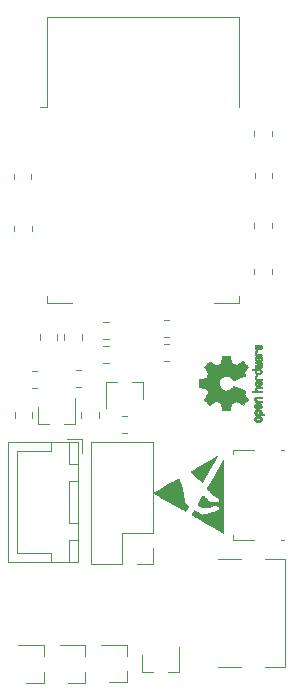
<source format=gbr>
G04 #@! TF.GenerationSoftware,KiCad,Pcbnew,5.1.8*
G04 #@! TF.CreationDate,2020-12-10T12:55:43+01:00*
G04 #@! TF.ProjectId,weather_station,77656174-6865-4725-9f73-746174696f6e,rev?*
G04 #@! TF.SameCoordinates,Original*
G04 #@! TF.FileFunction,Legend,Top*
G04 #@! TF.FilePolarity,Positive*
%FSLAX46Y46*%
G04 Gerber Fmt 4.6, Leading zero omitted, Abs format (unit mm)*
G04 Created by KiCad (PCBNEW 5.1.8) date 2020-12-10 12:55:43*
%MOMM*%
%LPD*%
G01*
G04 APERTURE LIST*
%ADD10C,0.010000*%
%ADD11C,0.120000*%
G04 APERTURE END LIST*
D10*
G36*
X150910835Y-120760957D02*
G01*
X150948245Y-120737935D01*
X151007514Y-120702466D01*
X151086118Y-120656004D01*
X151181538Y-120600004D01*
X151291250Y-120535919D01*
X151412734Y-120465204D01*
X151543468Y-120389313D01*
X151680930Y-120309701D01*
X151822598Y-120227822D01*
X151965951Y-120145130D01*
X152108467Y-120063079D01*
X152247624Y-119983124D01*
X152380901Y-119906719D01*
X152505776Y-119835318D01*
X152619727Y-119770376D01*
X152720233Y-119713347D01*
X152804772Y-119665685D01*
X152870822Y-119628845D01*
X152915862Y-119604280D01*
X152937370Y-119593446D01*
X152938714Y-119593049D01*
X152956965Y-119606499D01*
X152984882Y-119643886D01*
X153019725Y-119700765D01*
X153058754Y-119772688D01*
X153095843Y-119847985D01*
X153140817Y-119950440D01*
X153181226Y-120058183D01*
X153217969Y-120174927D01*
X153251942Y-120304382D01*
X153284044Y-120450260D01*
X153315173Y-120616274D01*
X153346227Y-120806134D01*
X153375145Y-121002531D01*
X153400800Y-121173166D01*
X153426198Y-121316455D01*
X153452602Y-121435992D01*
X153481273Y-121535370D01*
X153513473Y-121618182D01*
X153550465Y-121688022D01*
X153593512Y-121748482D01*
X153643875Y-121803155D01*
X153662583Y-121820786D01*
X153706139Y-121859000D01*
X153741682Y-121887268D01*
X153762583Y-121900382D01*
X153764297Y-121900732D01*
X153774806Y-121905320D01*
X153774924Y-121921242D01*
X153763254Y-121951734D01*
X153738396Y-122000032D01*
X153698952Y-122069373D01*
X153670587Y-122117561D01*
X153626247Y-122189417D01*
X153588279Y-122245258D01*
X153559416Y-122281333D01*
X153542388Y-122293887D01*
X153542264Y-122293879D01*
X153526037Y-122286094D01*
X153485400Y-122264108D01*
X153422567Y-122229197D01*
X153339752Y-122182637D01*
X153239172Y-122125705D01*
X153123040Y-122059677D01*
X152993571Y-121985828D01*
X152852980Y-121905436D01*
X152703482Y-121819776D01*
X152547292Y-121730124D01*
X152386624Y-121637757D01*
X152223693Y-121543951D01*
X152060713Y-121449982D01*
X151899900Y-121357126D01*
X151743468Y-121266660D01*
X151593633Y-121179859D01*
X151452608Y-121098000D01*
X151322609Y-121022359D01*
X151205849Y-120954213D01*
X151104545Y-120894837D01*
X151020911Y-120845507D01*
X150957162Y-120807500D01*
X150915511Y-120782093D01*
X150898175Y-120770560D01*
X150897805Y-120770077D01*
X150910835Y-120760957D01*
G37*
X150910835Y-120760957D02*
X150948245Y-120737935D01*
X151007514Y-120702466D01*
X151086118Y-120656004D01*
X151181538Y-120600004D01*
X151291250Y-120535919D01*
X151412734Y-120465204D01*
X151543468Y-120389313D01*
X151680930Y-120309701D01*
X151822598Y-120227822D01*
X151965951Y-120145130D01*
X152108467Y-120063079D01*
X152247624Y-119983124D01*
X152380901Y-119906719D01*
X152505776Y-119835318D01*
X152619727Y-119770376D01*
X152720233Y-119713347D01*
X152804772Y-119665685D01*
X152870822Y-119628845D01*
X152915862Y-119604280D01*
X152937370Y-119593446D01*
X152938714Y-119593049D01*
X152956965Y-119606499D01*
X152984882Y-119643886D01*
X153019725Y-119700765D01*
X153058754Y-119772688D01*
X153095843Y-119847985D01*
X153140817Y-119950440D01*
X153181226Y-120058183D01*
X153217969Y-120174927D01*
X153251942Y-120304382D01*
X153284044Y-120450260D01*
X153315173Y-120616274D01*
X153346227Y-120806134D01*
X153375145Y-121002531D01*
X153400800Y-121173166D01*
X153426198Y-121316455D01*
X153452602Y-121435992D01*
X153481273Y-121535370D01*
X153513473Y-121618182D01*
X153550465Y-121688022D01*
X153593512Y-121748482D01*
X153643875Y-121803155D01*
X153662583Y-121820786D01*
X153706139Y-121859000D01*
X153741682Y-121887268D01*
X153762583Y-121900382D01*
X153764297Y-121900732D01*
X153774806Y-121905320D01*
X153774924Y-121921242D01*
X153763254Y-121951734D01*
X153738396Y-122000032D01*
X153698952Y-122069373D01*
X153670587Y-122117561D01*
X153626247Y-122189417D01*
X153588279Y-122245258D01*
X153559416Y-122281333D01*
X153542388Y-122293887D01*
X153542264Y-122293879D01*
X153526037Y-122286094D01*
X153485400Y-122264108D01*
X153422567Y-122229197D01*
X153339752Y-122182637D01*
X153239172Y-122125705D01*
X153123040Y-122059677D01*
X152993571Y-121985828D01*
X152852980Y-121905436D01*
X152703482Y-121819776D01*
X152547292Y-121730124D01*
X152386624Y-121637757D01*
X152223693Y-121543951D01*
X152060713Y-121449982D01*
X151899900Y-121357126D01*
X151743468Y-121266660D01*
X151593633Y-121179859D01*
X151452608Y-121098000D01*
X151322609Y-121022359D01*
X151205849Y-120954213D01*
X151104545Y-120894837D01*
X151020911Y-120845507D01*
X150957162Y-120807500D01*
X150915511Y-120782093D01*
X150898175Y-120770560D01*
X150897805Y-120770077D01*
X150910835Y-120760957D01*
G36*
X154059619Y-118937472D02*
G01*
X154078693Y-118926092D01*
X154122421Y-118900512D01*
X154188619Y-118861998D01*
X154275102Y-118811814D01*
X154379685Y-118751225D01*
X154500183Y-118681497D01*
X154634412Y-118603893D01*
X154780187Y-118519680D01*
X154935323Y-118430121D01*
X155095000Y-118338002D01*
X155258117Y-118243924D01*
X155414709Y-118153598D01*
X155562506Y-118068335D01*
X155699240Y-117989443D01*
X155822642Y-117918231D01*
X155930444Y-117856009D01*
X156020377Y-117804087D01*
X156090173Y-117763772D01*
X156137564Y-117736376D01*
X156159786Y-117723493D01*
X156197330Y-117702493D01*
X156220831Y-117691075D01*
X156224920Y-117690449D01*
X156217242Y-117704364D01*
X156195203Y-117743059D01*
X156159971Y-117804513D01*
X156112711Y-117886702D01*
X156054589Y-117987604D01*
X155986771Y-118105195D01*
X155910424Y-118237454D01*
X155826714Y-118382358D01*
X155736806Y-118537883D01*
X155641867Y-118702008D01*
X155605732Y-118764451D01*
X155509083Y-118931513D01*
X155416938Y-119090926D01*
X155330475Y-119240645D01*
X155250871Y-119378624D01*
X155179305Y-119502815D01*
X155116955Y-119611173D01*
X155064998Y-119701652D01*
X155024613Y-119772204D01*
X154996978Y-119820785D01*
X154983272Y-119845346D01*
X154981974Y-119847915D01*
X154970220Y-119840431D01*
X154938795Y-119814386D01*
X154890594Y-119772441D01*
X154828510Y-119717254D01*
X154755439Y-119651483D01*
X154674276Y-119577788D01*
X154587916Y-119498827D01*
X154499253Y-119417260D01*
X154411182Y-119335746D01*
X154326599Y-119256943D01*
X154248397Y-119183510D01*
X154179472Y-119118107D01*
X154122719Y-119063392D01*
X154081032Y-119022023D01*
X154067363Y-119007836D01*
X154023201Y-118960820D01*
X154059619Y-118937472D01*
G37*
X154059619Y-118937472D02*
X154078693Y-118926092D01*
X154122421Y-118900512D01*
X154188619Y-118861998D01*
X154275102Y-118811814D01*
X154379685Y-118751225D01*
X154500183Y-118681497D01*
X154634412Y-118603893D01*
X154780187Y-118519680D01*
X154935323Y-118430121D01*
X155095000Y-118338002D01*
X155258117Y-118243924D01*
X155414709Y-118153598D01*
X155562506Y-118068335D01*
X155699240Y-117989443D01*
X155822642Y-117918231D01*
X155930444Y-117856009D01*
X156020377Y-117804087D01*
X156090173Y-117763772D01*
X156137564Y-117736376D01*
X156159786Y-117723493D01*
X156197330Y-117702493D01*
X156220831Y-117691075D01*
X156224920Y-117690449D01*
X156217242Y-117704364D01*
X156195203Y-117743059D01*
X156159971Y-117804513D01*
X156112711Y-117886702D01*
X156054589Y-117987604D01*
X155986771Y-118105195D01*
X155910424Y-118237454D01*
X155826714Y-118382358D01*
X155736806Y-118537883D01*
X155641867Y-118702008D01*
X155605732Y-118764451D01*
X155509083Y-118931513D01*
X155416938Y-119090926D01*
X155330475Y-119240645D01*
X155250871Y-119378624D01*
X155179305Y-119502815D01*
X155116955Y-119611173D01*
X155064998Y-119701652D01*
X155024613Y-119772204D01*
X154996978Y-119820785D01*
X154983272Y-119845346D01*
X154981974Y-119847915D01*
X154970220Y-119840431D01*
X154938795Y-119814386D01*
X154890594Y-119772441D01*
X154828510Y-119717254D01*
X154755439Y-119651483D01*
X154674276Y-119577788D01*
X154587916Y-119498827D01*
X154499253Y-119417260D01*
X154411182Y-119335746D01*
X154326599Y-119256943D01*
X154248397Y-119183510D01*
X154179472Y-119118107D01*
X154122719Y-119063392D01*
X154081032Y-119022023D01*
X154067363Y-119007836D01*
X154023201Y-118960820D01*
X154059619Y-118937472D01*
G36*
X154116158Y-122602906D02*
G01*
X154128736Y-122570381D01*
X154153712Y-122520807D01*
X154192876Y-122449626D01*
X154195988Y-122444084D01*
X154233476Y-122378526D01*
X154266319Y-122323202D01*
X154291205Y-122283545D01*
X154304820Y-122264988D01*
X154305487Y-122264469D01*
X154324390Y-122268952D01*
X154366605Y-122289514D01*
X154429832Y-122324817D01*
X154511772Y-122373520D01*
X154610122Y-122434282D01*
X154722585Y-122505764D01*
X154750165Y-122523555D01*
X154826699Y-122569907D01*
X154892556Y-122603658D01*
X154941782Y-122621847D01*
X154951507Y-122623714D01*
X154994312Y-122622885D01*
X155062209Y-122613606D01*
X155150843Y-122597032D01*
X155255859Y-122574320D01*
X155372902Y-122546627D01*
X155497616Y-122515110D01*
X155625645Y-122480925D01*
X155752634Y-122445229D01*
X155874228Y-122409179D01*
X155986072Y-122373932D01*
X156083810Y-122340644D01*
X156163087Y-122310472D01*
X156210122Y-122289439D01*
X156260225Y-122264663D01*
X156308168Y-122241270D01*
X156310793Y-122240003D01*
X156359220Y-122201301D01*
X156391828Y-122144816D01*
X156407454Y-122079061D01*
X156404937Y-122012549D01*
X156383114Y-121953795D01*
X156354382Y-121920742D01*
X156275583Y-121873141D01*
X156177378Y-121838261D01*
X156069779Y-121819123D01*
X156008780Y-121816412D01*
X155894935Y-121827330D01*
X155800660Y-121859376D01*
X155721379Y-121914274D01*
X155703733Y-121931393D01*
X155654235Y-121982339D01*
X155304362Y-121985837D01*
X154954489Y-121989336D01*
X154819531Y-121900182D01*
X154758445Y-121858346D01*
X154703493Y-121818055D01*
X154662336Y-121785057D01*
X154647192Y-121770874D01*
X154609810Y-121730719D01*
X154639098Y-121676335D01*
X154660084Y-121641961D01*
X154676378Y-121623154D01*
X154679307Y-121621951D01*
X154691728Y-121609097D01*
X154700977Y-121587104D01*
X154709313Y-121565850D01*
X154725149Y-121533306D01*
X154750033Y-121486678D01*
X154785509Y-121423171D01*
X154833123Y-121339992D01*
X154894422Y-121234347D01*
X154927932Y-121176938D01*
X154968071Y-121109406D01*
X154996659Y-121065115D01*
X155017039Y-121040145D01*
X155032553Y-121030577D01*
X155046546Y-121032492D01*
X155049796Y-121034089D01*
X155070266Y-121049624D01*
X155108665Y-121082864D01*
X155160696Y-121129938D01*
X155222066Y-121186972D01*
X155274090Y-121236300D01*
X155397567Y-121349970D01*
X155504591Y-121438895D01*
X155596240Y-121503866D01*
X155673588Y-121545679D01*
X155712866Y-121559783D01*
X155747249Y-121565608D01*
X155805899Y-121571625D01*
X155882117Y-121577304D01*
X155969202Y-121582116D01*
X156024268Y-121584381D01*
X156119464Y-121587541D01*
X156189062Y-121588931D01*
X156238409Y-121588142D01*
X156272854Y-121584765D01*
X156297743Y-121578392D01*
X156318425Y-121568613D01*
X156331053Y-121560933D01*
X156379726Y-121516579D01*
X156413645Y-121459426D01*
X156428438Y-121399292D01*
X156423086Y-121354227D01*
X156399930Y-121313424D01*
X156358462Y-121262276D01*
X156305912Y-121207958D01*
X156249516Y-121157643D01*
X156196505Y-121118506D01*
X156170889Y-121104095D01*
X156135814Y-121082509D01*
X156082389Y-121043247D01*
X156014789Y-120989898D01*
X155937190Y-120926048D01*
X155853768Y-120855285D01*
X155768698Y-120781196D01*
X155686155Y-120707368D01*
X155610316Y-120637389D01*
X155545356Y-120574845D01*
X155497669Y-120525740D01*
X155450032Y-120471221D01*
X155414908Y-120425358D01*
X155395949Y-120393189D01*
X155393864Y-120382511D01*
X155402274Y-120366147D01*
X155424846Y-120325329D01*
X155460224Y-120262414D01*
X155507054Y-120179756D01*
X155563981Y-120079711D01*
X155629649Y-119964634D01*
X155702703Y-119836881D01*
X155781788Y-119698806D01*
X155865548Y-119552766D01*
X155952629Y-119401116D01*
X156041676Y-119246210D01*
X156131332Y-119090405D01*
X156220243Y-118936056D01*
X156307054Y-118785518D01*
X156390409Y-118641146D01*
X156468954Y-118505296D01*
X156541333Y-118380323D01*
X156606190Y-118268583D01*
X156662171Y-118172430D01*
X156707920Y-118094221D01*
X156742083Y-118036311D01*
X156763304Y-118001054D01*
X156769963Y-117990835D01*
X156771280Y-118004598D01*
X156772559Y-118047896D01*
X156773796Y-118119286D01*
X156774983Y-118217327D01*
X156776115Y-118340578D01*
X156777186Y-118487597D01*
X156778189Y-118656943D01*
X156779119Y-118847174D01*
X156779968Y-119056849D01*
X156780732Y-119284527D01*
X156781403Y-119528765D01*
X156781976Y-119788123D01*
X156782444Y-120061159D01*
X156782802Y-120346432D01*
X156783042Y-120642500D01*
X156783159Y-120947921D01*
X156783171Y-121076076D01*
X156783171Y-124176030D01*
X156399847Y-123954947D01*
X156318680Y-123908144D01*
X156214166Y-123847898D01*
X156089801Y-123776222D01*
X155949082Y-123695131D01*
X155795503Y-123606638D01*
X155632562Y-123512760D01*
X155463754Y-123415509D01*
X155292575Y-123316900D01*
X155122521Y-123218947D01*
X155079512Y-123194175D01*
X154922857Y-123103848D01*
X154773803Y-123017711D01*
X154634568Y-122937058D01*
X154507371Y-122863184D01*
X154394432Y-122797383D01*
X154297968Y-122740950D01*
X154220200Y-122695179D01*
X154163346Y-122661365D01*
X154129625Y-122640802D01*
X154121040Y-122635047D01*
X154114189Y-122622942D01*
X154116158Y-122602906D01*
G37*
X154116158Y-122602906D02*
X154128736Y-122570381D01*
X154153712Y-122520807D01*
X154192876Y-122449626D01*
X154195988Y-122444084D01*
X154233476Y-122378526D01*
X154266319Y-122323202D01*
X154291205Y-122283545D01*
X154304820Y-122264988D01*
X154305487Y-122264469D01*
X154324390Y-122268952D01*
X154366605Y-122289514D01*
X154429832Y-122324817D01*
X154511772Y-122373520D01*
X154610122Y-122434282D01*
X154722585Y-122505764D01*
X154750165Y-122523555D01*
X154826699Y-122569907D01*
X154892556Y-122603658D01*
X154941782Y-122621847D01*
X154951507Y-122623714D01*
X154994312Y-122622885D01*
X155062209Y-122613606D01*
X155150843Y-122597032D01*
X155255859Y-122574320D01*
X155372902Y-122546627D01*
X155497616Y-122515110D01*
X155625645Y-122480925D01*
X155752634Y-122445229D01*
X155874228Y-122409179D01*
X155986072Y-122373932D01*
X156083810Y-122340644D01*
X156163087Y-122310472D01*
X156210122Y-122289439D01*
X156260225Y-122264663D01*
X156308168Y-122241270D01*
X156310793Y-122240003D01*
X156359220Y-122201301D01*
X156391828Y-122144816D01*
X156407454Y-122079061D01*
X156404937Y-122012549D01*
X156383114Y-121953795D01*
X156354382Y-121920742D01*
X156275583Y-121873141D01*
X156177378Y-121838261D01*
X156069779Y-121819123D01*
X156008780Y-121816412D01*
X155894935Y-121827330D01*
X155800660Y-121859376D01*
X155721379Y-121914274D01*
X155703733Y-121931393D01*
X155654235Y-121982339D01*
X155304362Y-121985837D01*
X154954489Y-121989336D01*
X154819531Y-121900182D01*
X154758445Y-121858346D01*
X154703493Y-121818055D01*
X154662336Y-121785057D01*
X154647192Y-121770874D01*
X154609810Y-121730719D01*
X154639098Y-121676335D01*
X154660084Y-121641961D01*
X154676378Y-121623154D01*
X154679307Y-121621951D01*
X154691728Y-121609097D01*
X154700977Y-121587104D01*
X154709313Y-121565850D01*
X154725149Y-121533306D01*
X154750033Y-121486678D01*
X154785509Y-121423171D01*
X154833123Y-121339992D01*
X154894422Y-121234347D01*
X154927932Y-121176938D01*
X154968071Y-121109406D01*
X154996659Y-121065115D01*
X155017039Y-121040145D01*
X155032553Y-121030577D01*
X155046546Y-121032492D01*
X155049796Y-121034089D01*
X155070266Y-121049624D01*
X155108665Y-121082864D01*
X155160696Y-121129938D01*
X155222066Y-121186972D01*
X155274090Y-121236300D01*
X155397567Y-121349970D01*
X155504591Y-121438895D01*
X155596240Y-121503866D01*
X155673588Y-121545679D01*
X155712866Y-121559783D01*
X155747249Y-121565608D01*
X155805899Y-121571625D01*
X155882117Y-121577304D01*
X155969202Y-121582116D01*
X156024268Y-121584381D01*
X156119464Y-121587541D01*
X156189062Y-121588931D01*
X156238409Y-121588142D01*
X156272854Y-121584765D01*
X156297743Y-121578392D01*
X156318425Y-121568613D01*
X156331053Y-121560933D01*
X156379726Y-121516579D01*
X156413645Y-121459426D01*
X156428438Y-121399292D01*
X156423086Y-121354227D01*
X156399930Y-121313424D01*
X156358462Y-121262276D01*
X156305912Y-121207958D01*
X156249516Y-121157643D01*
X156196505Y-121118506D01*
X156170889Y-121104095D01*
X156135814Y-121082509D01*
X156082389Y-121043247D01*
X156014789Y-120989898D01*
X155937190Y-120926048D01*
X155853768Y-120855285D01*
X155768698Y-120781196D01*
X155686155Y-120707368D01*
X155610316Y-120637389D01*
X155545356Y-120574845D01*
X155497669Y-120525740D01*
X155450032Y-120471221D01*
X155414908Y-120425358D01*
X155395949Y-120393189D01*
X155393864Y-120382511D01*
X155402274Y-120366147D01*
X155424846Y-120325329D01*
X155460224Y-120262414D01*
X155507054Y-120179756D01*
X155563981Y-120079711D01*
X155629649Y-119964634D01*
X155702703Y-119836881D01*
X155781788Y-119698806D01*
X155865548Y-119552766D01*
X155952629Y-119401116D01*
X156041676Y-119246210D01*
X156131332Y-119090405D01*
X156220243Y-118936056D01*
X156307054Y-118785518D01*
X156390409Y-118641146D01*
X156468954Y-118505296D01*
X156541333Y-118380323D01*
X156606190Y-118268583D01*
X156662171Y-118172430D01*
X156707920Y-118094221D01*
X156742083Y-118036311D01*
X156763304Y-118001054D01*
X156769963Y-117990835D01*
X156771280Y-118004598D01*
X156772559Y-118047896D01*
X156773796Y-118119286D01*
X156774983Y-118217327D01*
X156776115Y-118340578D01*
X156777186Y-118487597D01*
X156778189Y-118656943D01*
X156779119Y-118847174D01*
X156779968Y-119056849D01*
X156780732Y-119284527D01*
X156781403Y-119528765D01*
X156781976Y-119788123D01*
X156782444Y-120061159D01*
X156782802Y-120346432D01*
X156783042Y-120642500D01*
X156783159Y-120947921D01*
X156783171Y-121076076D01*
X156783171Y-124176030D01*
X156399847Y-123954947D01*
X156318680Y-123908144D01*
X156214166Y-123847898D01*
X156089801Y-123776222D01*
X155949082Y-123695131D01*
X155795503Y-123606638D01*
X155632562Y-123512760D01*
X155463754Y-123415509D01*
X155292575Y-123316900D01*
X155122521Y-123218947D01*
X155079512Y-123194175D01*
X154922857Y-123103848D01*
X154773803Y-123017711D01*
X154634568Y-122937058D01*
X154507371Y-122863184D01*
X154394432Y-122797383D01*
X154297968Y-122740950D01*
X154220200Y-122695179D01*
X154163346Y-122661365D01*
X154129625Y-122640802D01*
X154121040Y-122635047D01*
X154114189Y-122622942D01*
X154116158Y-122602906D01*
G36*
X154717348Y-111396090D02*
G01*
X154717778Y-111317546D01*
X154718942Y-111260702D01*
X154721207Y-111221895D01*
X154724940Y-111197462D01*
X154730506Y-111183738D01*
X154738273Y-111177060D01*
X154748605Y-111173764D01*
X154749943Y-111173444D01*
X154774079Y-111168438D01*
X154821701Y-111159171D01*
X154887741Y-111146608D01*
X154967128Y-111131713D01*
X155054796Y-111115449D01*
X155057875Y-111114881D01*
X155143789Y-111098590D01*
X155219696Y-111083348D01*
X155281045Y-111070139D01*
X155323282Y-111059946D01*
X155341855Y-111053752D01*
X155342184Y-111053457D01*
X155351253Y-111035212D01*
X155366367Y-110997595D01*
X155384262Y-110948729D01*
X155384358Y-110948457D01*
X155407493Y-110886907D01*
X155436965Y-110814343D01*
X155466597Y-110745943D01*
X155468062Y-110742706D01*
X155518626Y-110631298D01*
X155350160Y-110384601D01*
X155298803Y-110308923D01*
X155252889Y-110240369D01*
X155215030Y-110182912D01*
X155187837Y-110140524D01*
X155173921Y-110117175D01*
X155172889Y-110114958D01*
X155177484Y-110097990D01*
X155199655Y-110066299D01*
X155240447Y-110018648D01*
X155300905Y-109953802D01*
X155365227Y-109887603D01*
X155428612Y-109823786D01*
X155486451Y-109766671D01*
X155535175Y-109719695D01*
X155571210Y-109686297D01*
X155590984Y-109669915D01*
X155592002Y-109669306D01*
X155605572Y-109667495D01*
X155627733Y-109674317D01*
X155661478Y-109691460D01*
X155709800Y-109720607D01*
X155775692Y-109763445D01*
X155860517Y-109820552D01*
X155935177Y-109871234D01*
X156002140Y-109916539D01*
X156057516Y-109953850D01*
X156097420Y-109980548D01*
X156117962Y-109994015D01*
X156119356Y-109994863D01*
X156139038Y-109993219D01*
X156177293Y-109980755D01*
X156226889Y-109959952D01*
X156242728Y-109952538D01*
X156313290Y-109920186D01*
X156393353Y-109885672D01*
X156462629Y-109857635D01*
X156514045Y-109837432D01*
X156553119Y-109821385D01*
X156573541Y-109812112D01*
X156575114Y-109810959D01*
X156577721Y-109793904D01*
X156584863Y-109753702D01*
X156595523Y-109695698D01*
X156608685Y-109625237D01*
X156623333Y-109547665D01*
X156638449Y-109468328D01*
X156653018Y-109392569D01*
X156666022Y-109325736D01*
X156676445Y-109273172D01*
X156683270Y-109240224D01*
X156685199Y-109232143D01*
X156689962Y-109223795D01*
X156700718Y-109217494D01*
X156721098Y-109212955D01*
X156754734Y-109209896D01*
X156805255Y-109208033D01*
X156876292Y-109207082D01*
X156971476Y-109206760D01*
X157010492Y-109206743D01*
X157327799Y-109206743D01*
X157342839Y-109282943D01*
X157350995Y-109325337D01*
X157362899Y-109388600D01*
X157377116Y-109465038D01*
X157392210Y-109546957D01*
X157396355Y-109569600D01*
X157411053Y-109645194D01*
X157425505Y-109711047D01*
X157438375Y-109761634D01*
X157448322Y-109791426D01*
X157451287Y-109796388D01*
X157472283Y-109808574D01*
X157512967Y-109826047D01*
X157565322Y-109845423D01*
X157576600Y-109849266D01*
X157646523Y-109874661D01*
X157725418Y-109906183D01*
X157796266Y-109937031D01*
X157796595Y-109937183D01*
X157907733Y-109988553D01*
X158156253Y-109819601D01*
X158404772Y-109650648D01*
X158622058Y-109867571D01*
X158686726Y-109933181D01*
X158743733Y-109993021D01*
X158790033Y-110043733D01*
X158822584Y-110081954D01*
X158838343Y-110104325D01*
X158839343Y-110107534D01*
X158831469Y-110126374D01*
X158809578Y-110164820D01*
X158776267Y-110218670D01*
X158734131Y-110283724D01*
X158686943Y-110354060D01*
X158638810Y-110425445D01*
X158596928Y-110489092D01*
X158563871Y-110540959D01*
X158542218Y-110577005D01*
X158534543Y-110593133D01*
X158541037Y-110612811D01*
X158558150Y-110650125D01*
X158582326Y-110697379D01*
X158585013Y-110702388D01*
X158616927Y-110766023D01*
X158632579Y-110809659D01*
X158632745Y-110836798D01*
X158618204Y-110850943D01*
X158618000Y-110851025D01*
X158600779Y-110858095D01*
X158559899Y-110874958D01*
X158498525Y-110900305D01*
X158419819Y-110932829D01*
X158326947Y-110971222D01*
X158223072Y-111014178D01*
X158122502Y-111055778D01*
X158011516Y-111101496D01*
X157908703Y-111143474D01*
X157817215Y-111180452D01*
X157740201Y-111211173D01*
X157680815Y-111234378D01*
X157642209Y-111248810D01*
X157627800Y-111253257D01*
X157611272Y-111242104D01*
X157584930Y-111212931D01*
X157555887Y-111174029D01*
X157464039Y-111063243D01*
X157358759Y-110976649D01*
X157242266Y-110915284D01*
X157116776Y-110880185D01*
X156984507Y-110872392D01*
X156923457Y-110878057D01*
X156796795Y-110908922D01*
X156684941Y-110962080D01*
X156589001Y-111034233D01*
X156510076Y-111122083D01*
X156449270Y-111222335D01*
X156407687Y-111331690D01*
X156386428Y-111446853D01*
X156386599Y-111564525D01*
X156409301Y-111681410D01*
X156455638Y-111794211D01*
X156526713Y-111899631D01*
X156566911Y-111943632D01*
X156670129Y-112028021D01*
X156782925Y-112086778D01*
X156902010Y-112120296D01*
X157024095Y-112128965D01*
X157145893Y-112113177D01*
X157264116Y-112073322D01*
X157375475Y-112009793D01*
X157476684Y-111922979D01*
X157555887Y-111825971D01*
X157586162Y-111785563D01*
X157612219Y-111757018D01*
X157627825Y-111746743D01*
X157644843Y-111752123D01*
X157685500Y-111767425D01*
X157746642Y-111791388D01*
X157825119Y-111822756D01*
X157917780Y-111860268D01*
X158021472Y-111902667D01*
X158122526Y-111944337D01*
X158233607Y-111990310D01*
X158336541Y-112032893D01*
X158428165Y-112070779D01*
X158505316Y-112102660D01*
X158564831Y-112127229D01*
X158603544Y-112143180D01*
X158618000Y-112149090D01*
X158632685Y-112163052D01*
X158632642Y-112190060D01*
X158617099Y-112233587D01*
X158585284Y-112297110D01*
X158585013Y-112297612D01*
X158560323Y-112345440D01*
X158542338Y-112384103D01*
X158534614Y-112405905D01*
X158534543Y-112406867D01*
X158542378Y-112423279D01*
X158564165Y-112459513D01*
X158597328Y-112511526D01*
X158639291Y-112575275D01*
X158686943Y-112645940D01*
X158735191Y-112717884D01*
X158777151Y-112782726D01*
X158810227Y-112836265D01*
X158831821Y-112874303D01*
X158839343Y-112892467D01*
X158829457Y-112909192D01*
X158801826Y-112942820D01*
X158759495Y-112989990D01*
X158705505Y-113047342D01*
X158642899Y-113111516D01*
X158621983Y-113132503D01*
X158404623Y-113349501D01*
X158162220Y-113184332D01*
X158087781Y-113134136D01*
X158020972Y-113090081D01*
X157965665Y-113054638D01*
X157925729Y-113030281D01*
X157905036Y-113019478D01*
X157903563Y-113019162D01*
X157884058Y-113024857D01*
X157844822Y-113040174D01*
X157792430Y-113062463D01*
X157757355Y-113078107D01*
X157690201Y-113107359D01*
X157622358Y-113134906D01*
X157565034Y-113156263D01*
X157547572Y-113162065D01*
X157500938Y-113178548D01*
X157464905Y-113194660D01*
X157451287Y-113203510D01*
X157442952Y-113223040D01*
X157431137Y-113265666D01*
X157417181Y-113325855D01*
X157402422Y-113398078D01*
X157396355Y-113430400D01*
X157381273Y-113512478D01*
X157366669Y-113591205D01*
X157353980Y-113658891D01*
X157344642Y-113707840D01*
X157342839Y-113717057D01*
X157327799Y-113793257D01*
X157010492Y-113793257D01*
X156906154Y-113793086D01*
X156827213Y-113792384D01*
X156770038Y-113790866D01*
X156730999Y-113788251D01*
X156706465Y-113784254D01*
X156692805Y-113778591D01*
X156686389Y-113770980D01*
X156685199Y-113767857D01*
X156680980Y-113749022D01*
X156672562Y-113707412D01*
X156660961Y-113648370D01*
X156647195Y-113577243D01*
X156632280Y-113499375D01*
X156617232Y-113420113D01*
X156603069Y-113344802D01*
X156590806Y-113278787D01*
X156581461Y-113227413D01*
X156576050Y-113196025D01*
X156575114Y-113189041D01*
X156562596Y-113182715D01*
X156529246Y-113168710D01*
X156481377Y-113149645D01*
X156462629Y-113142366D01*
X156390195Y-113113004D01*
X156310170Y-113078429D01*
X156242728Y-113047463D01*
X156191159Y-113024677D01*
X156148785Y-113009518D01*
X156122834Y-113004458D01*
X156119356Y-113005264D01*
X156102936Y-113015959D01*
X156066417Y-113040380D01*
X156013687Y-113075905D01*
X155948635Y-113119913D01*
X155875151Y-113169783D01*
X155860645Y-113179644D01*
X155774704Y-113237508D01*
X155709261Y-113280044D01*
X155661304Y-113308946D01*
X155627820Y-113325910D01*
X155605795Y-113332633D01*
X155592217Y-113330810D01*
X155592131Y-113330764D01*
X155574297Y-113316414D01*
X155539817Y-113284677D01*
X155492268Y-113238990D01*
X155435222Y-113182796D01*
X155372255Y-113119532D01*
X155365227Y-113112398D01*
X155288020Y-113032670D01*
X155231330Y-112971143D01*
X155194110Y-112926579D01*
X155175315Y-112897743D01*
X155172889Y-112885042D01*
X155183471Y-112866506D01*
X155207916Y-112828039D01*
X155243612Y-112773614D01*
X155287947Y-112707202D01*
X155338311Y-112632775D01*
X155350160Y-112615399D01*
X155518626Y-112368703D01*
X155468062Y-112257294D01*
X155438595Y-112189543D01*
X155408959Y-112116817D01*
X155385330Y-112054297D01*
X155384358Y-112051543D01*
X155366457Y-112002640D01*
X155351320Y-111964943D01*
X155342210Y-111946575D01*
X155342184Y-111946544D01*
X155325717Y-111940715D01*
X155285219Y-111930808D01*
X155225242Y-111917805D01*
X155150340Y-111902691D01*
X155065064Y-111886448D01*
X155057875Y-111885119D01*
X154970014Y-111868825D01*
X154890260Y-111853867D01*
X154823681Y-111841209D01*
X154775347Y-111831814D01*
X154750325Y-111826646D01*
X154749943Y-111826556D01*
X154739299Y-111823411D01*
X154731262Y-111817296D01*
X154725467Y-111804547D01*
X154721547Y-111781500D01*
X154719135Y-111744491D01*
X154717865Y-111689856D01*
X154717371Y-111613933D01*
X154717286Y-111513056D01*
X154717286Y-111500000D01*
X154717348Y-111396090D01*
G37*
X154717348Y-111396090D02*
X154717778Y-111317546D01*
X154718942Y-111260702D01*
X154721207Y-111221895D01*
X154724940Y-111197462D01*
X154730506Y-111183738D01*
X154738273Y-111177060D01*
X154748605Y-111173764D01*
X154749943Y-111173444D01*
X154774079Y-111168438D01*
X154821701Y-111159171D01*
X154887741Y-111146608D01*
X154967128Y-111131713D01*
X155054796Y-111115449D01*
X155057875Y-111114881D01*
X155143789Y-111098590D01*
X155219696Y-111083348D01*
X155281045Y-111070139D01*
X155323282Y-111059946D01*
X155341855Y-111053752D01*
X155342184Y-111053457D01*
X155351253Y-111035212D01*
X155366367Y-110997595D01*
X155384262Y-110948729D01*
X155384358Y-110948457D01*
X155407493Y-110886907D01*
X155436965Y-110814343D01*
X155466597Y-110745943D01*
X155468062Y-110742706D01*
X155518626Y-110631298D01*
X155350160Y-110384601D01*
X155298803Y-110308923D01*
X155252889Y-110240369D01*
X155215030Y-110182912D01*
X155187837Y-110140524D01*
X155173921Y-110117175D01*
X155172889Y-110114958D01*
X155177484Y-110097990D01*
X155199655Y-110066299D01*
X155240447Y-110018648D01*
X155300905Y-109953802D01*
X155365227Y-109887603D01*
X155428612Y-109823786D01*
X155486451Y-109766671D01*
X155535175Y-109719695D01*
X155571210Y-109686297D01*
X155590984Y-109669915D01*
X155592002Y-109669306D01*
X155605572Y-109667495D01*
X155627733Y-109674317D01*
X155661478Y-109691460D01*
X155709800Y-109720607D01*
X155775692Y-109763445D01*
X155860517Y-109820552D01*
X155935177Y-109871234D01*
X156002140Y-109916539D01*
X156057516Y-109953850D01*
X156097420Y-109980548D01*
X156117962Y-109994015D01*
X156119356Y-109994863D01*
X156139038Y-109993219D01*
X156177293Y-109980755D01*
X156226889Y-109959952D01*
X156242728Y-109952538D01*
X156313290Y-109920186D01*
X156393353Y-109885672D01*
X156462629Y-109857635D01*
X156514045Y-109837432D01*
X156553119Y-109821385D01*
X156573541Y-109812112D01*
X156575114Y-109810959D01*
X156577721Y-109793904D01*
X156584863Y-109753702D01*
X156595523Y-109695698D01*
X156608685Y-109625237D01*
X156623333Y-109547665D01*
X156638449Y-109468328D01*
X156653018Y-109392569D01*
X156666022Y-109325736D01*
X156676445Y-109273172D01*
X156683270Y-109240224D01*
X156685199Y-109232143D01*
X156689962Y-109223795D01*
X156700718Y-109217494D01*
X156721098Y-109212955D01*
X156754734Y-109209896D01*
X156805255Y-109208033D01*
X156876292Y-109207082D01*
X156971476Y-109206760D01*
X157010492Y-109206743D01*
X157327799Y-109206743D01*
X157342839Y-109282943D01*
X157350995Y-109325337D01*
X157362899Y-109388600D01*
X157377116Y-109465038D01*
X157392210Y-109546957D01*
X157396355Y-109569600D01*
X157411053Y-109645194D01*
X157425505Y-109711047D01*
X157438375Y-109761634D01*
X157448322Y-109791426D01*
X157451287Y-109796388D01*
X157472283Y-109808574D01*
X157512967Y-109826047D01*
X157565322Y-109845423D01*
X157576600Y-109849266D01*
X157646523Y-109874661D01*
X157725418Y-109906183D01*
X157796266Y-109937031D01*
X157796595Y-109937183D01*
X157907733Y-109988553D01*
X158156253Y-109819601D01*
X158404772Y-109650648D01*
X158622058Y-109867571D01*
X158686726Y-109933181D01*
X158743733Y-109993021D01*
X158790033Y-110043733D01*
X158822584Y-110081954D01*
X158838343Y-110104325D01*
X158839343Y-110107534D01*
X158831469Y-110126374D01*
X158809578Y-110164820D01*
X158776267Y-110218670D01*
X158734131Y-110283724D01*
X158686943Y-110354060D01*
X158638810Y-110425445D01*
X158596928Y-110489092D01*
X158563871Y-110540959D01*
X158542218Y-110577005D01*
X158534543Y-110593133D01*
X158541037Y-110612811D01*
X158558150Y-110650125D01*
X158582326Y-110697379D01*
X158585013Y-110702388D01*
X158616927Y-110766023D01*
X158632579Y-110809659D01*
X158632745Y-110836798D01*
X158618204Y-110850943D01*
X158618000Y-110851025D01*
X158600779Y-110858095D01*
X158559899Y-110874958D01*
X158498525Y-110900305D01*
X158419819Y-110932829D01*
X158326947Y-110971222D01*
X158223072Y-111014178D01*
X158122502Y-111055778D01*
X158011516Y-111101496D01*
X157908703Y-111143474D01*
X157817215Y-111180452D01*
X157740201Y-111211173D01*
X157680815Y-111234378D01*
X157642209Y-111248810D01*
X157627800Y-111253257D01*
X157611272Y-111242104D01*
X157584930Y-111212931D01*
X157555887Y-111174029D01*
X157464039Y-111063243D01*
X157358759Y-110976649D01*
X157242266Y-110915284D01*
X157116776Y-110880185D01*
X156984507Y-110872392D01*
X156923457Y-110878057D01*
X156796795Y-110908922D01*
X156684941Y-110962080D01*
X156589001Y-111034233D01*
X156510076Y-111122083D01*
X156449270Y-111222335D01*
X156407687Y-111331690D01*
X156386428Y-111446853D01*
X156386599Y-111564525D01*
X156409301Y-111681410D01*
X156455638Y-111794211D01*
X156526713Y-111899631D01*
X156566911Y-111943632D01*
X156670129Y-112028021D01*
X156782925Y-112086778D01*
X156902010Y-112120296D01*
X157024095Y-112128965D01*
X157145893Y-112113177D01*
X157264116Y-112073322D01*
X157375475Y-112009793D01*
X157476684Y-111922979D01*
X157555887Y-111825971D01*
X157586162Y-111785563D01*
X157612219Y-111757018D01*
X157627825Y-111746743D01*
X157644843Y-111752123D01*
X157685500Y-111767425D01*
X157746642Y-111791388D01*
X157825119Y-111822756D01*
X157917780Y-111860268D01*
X158021472Y-111902667D01*
X158122526Y-111944337D01*
X158233607Y-111990310D01*
X158336541Y-112032893D01*
X158428165Y-112070779D01*
X158505316Y-112102660D01*
X158564831Y-112127229D01*
X158603544Y-112143180D01*
X158618000Y-112149090D01*
X158632685Y-112163052D01*
X158632642Y-112190060D01*
X158617099Y-112233587D01*
X158585284Y-112297110D01*
X158585013Y-112297612D01*
X158560323Y-112345440D01*
X158542338Y-112384103D01*
X158534614Y-112405905D01*
X158534543Y-112406867D01*
X158542378Y-112423279D01*
X158564165Y-112459513D01*
X158597328Y-112511526D01*
X158639291Y-112575275D01*
X158686943Y-112645940D01*
X158735191Y-112717884D01*
X158777151Y-112782726D01*
X158810227Y-112836265D01*
X158831821Y-112874303D01*
X158839343Y-112892467D01*
X158829457Y-112909192D01*
X158801826Y-112942820D01*
X158759495Y-112989990D01*
X158705505Y-113047342D01*
X158642899Y-113111516D01*
X158621983Y-113132503D01*
X158404623Y-113349501D01*
X158162220Y-113184332D01*
X158087781Y-113134136D01*
X158020972Y-113090081D01*
X157965665Y-113054638D01*
X157925729Y-113030281D01*
X157905036Y-113019478D01*
X157903563Y-113019162D01*
X157884058Y-113024857D01*
X157844822Y-113040174D01*
X157792430Y-113062463D01*
X157757355Y-113078107D01*
X157690201Y-113107359D01*
X157622358Y-113134906D01*
X157565034Y-113156263D01*
X157547572Y-113162065D01*
X157500938Y-113178548D01*
X157464905Y-113194660D01*
X157451287Y-113203510D01*
X157442952Y-113223040D01*
X157431137Y-113265666D01*
X157417181Y-113325855D01*
X157402422Y-113398078D01*
X157396355Y-113430400D01*
X157381273Y-113512478D01*
X157366669Y-113591205D01*
X157353980Y-113658891D01*
X157344642Y-113707840D01*
X157342839Y-113717057D01*
X157327799Y-113793257D01*
X157010492Y-113793257D01*
X156906154Y-113793086D01*
X156827213Y-113792384D01*
X156770038Y-113790866D01*
X156730999Y-113788251D01*
X156706465Y-113784254D01*
X156692805Y-113778591D01*
X156686389Y-113770980D01*
X156685199Y-113767857D01*
X156680980Y-113749022D01*
X156672562Y-113707412D01*
X156660961Y-113648370D01*
X156647195Y-113577243D01*
X156632280Y-113499375D01*
X156617232Y-113420113D01*
X156603069Y-113344802D01*
X156590806Y-113278787D01*
X156581461Y-113227413D01*
X156576050Y-113196025D01*
X156575114Y-113189041D01*
X156562596Y-113182715D01*
X156529246Y-113168710D01*
X156481377Y-113149645D01*
X156462629Y-113142366D01*
X156390195Y-113113004D01*
X156310170Y-113078429D01*
X156242728Y-113047463D01*
X156191159Y-113024677D01*
X156148785Y-113009518D01*
X156122834Y-113004458D01*
X156119356Y-113005264D01*
X156102936Y-113015959D01*
X156066417Y-113040380D01*
X156013687Y-113075905D01*
X155948635Y-113119913D01*
X155875151Y-113169783D01*
X155860645Y-113179644D01*
X155774704Y-113237508D01*
X155709261Y-113280044D01*
X155661304Y-113308946D01*
X155627820Y-113325910D01*
X155605795Y-113332633D01*
X155592217Y-113330810D01*
X155592131Y-113330764D01*
X155574297Y-113316414D01*
X155539817Y-113284677D01*
X155492268Y-113238990D01*
X155435222Y-113182796D01*
X155372255Y-113119532D01*
X155365227Y-113112398D01*
X155288020Y-113032670D01*
X155231330Y-112971143D01*
X155194110Y-112926579D01*
X155175315Y-112897743D01*
X155172889Y-112885042D01*
X155183471Y-112866506D01*
X155207916Y-112828039D01*
X155243612Y-112773614D01*
X155287947Y-112707202D01*
X155338311Y-112632775D01*
X155350160Y-112615399D01*
X155518626Y-112368703D01*
X155468062Y-112257294D01*
X155438595Y-112189543D01*
X155408959Y-112116817D01*
X155385330Y-112054297D01*
X155384358Y-112051543D01*
X155366457Y-112002640D01*
X155351320Y-111964943D01*
X155342210Y-111946575D01*
X155342184Y-111946544D01*
X155325717Y-111940715D01*
X155285219Y-111930808D01*
X155225242Y-111917805D01*
X155150340Y-111902691D01*
X155065064Y-111886448D01*
X155057875Y-111885119D01*
X154970014Y-111868825D01*
X154890260Y-111853867D01*
X154823681Y-111841209D01*
X154775347Y-111831814D01*
X154750325Y-111826646D01*
X154749943Y-111826556D01*
X154739299Y-111823411D01*
X154731262Y-111817296D01*
X154725467Y-111804547D01*
X154721547Y-111781500D01*
X154719135Y-111744491D01*
X154717865Y-111689856D01*
X154717371Y-111613933D01*
X154717286Y-111513056D01*
X154717286Y-111500000D01*
X154717348Y-111396090D01*
G36*
X159441966Y-108346405D02*
G01*
X159479497Y-108288979D01*
X159513096Y-108261281D01*
X159574064Y-108239338D01*
X159622308Y-108237595D01*
X159686816Y-108241543D01*
X159751934Y-108390314D01*
X159785202Y-108462651D01*
X159811964Y-108509916D01*
X159835144Y-108534493D01*
X159857667Y-108538763D01*
X159882455Y-108525111D01*
X159898886Y-108510057D01*
X159925235Y-108466254D01*
X159927081Y-108418611D01*
X159906546Y-108374855D01*
X159865752Y-108342711D01*
X159851347Y-108336962D01*
X159806356Y-108309424D01*
X159787182Y-108277742D01*
X159770779Y-108234286D01*
X159832966Y-108234286D01*
X159875283Y-108238128D01*
X159910969Y-108253177D01*
X159951943Y-108284720D01*
X159957267Y-108289408D01*
X159993720Y-108324494D01*
X160013283Y-108354653D01*
X160022283Y-108392385D01*
X160025230Y-108423665D01*
X160025965Y-108479615D01*
X160016660Y-108519445D01*
X160002846Y-108544292D01*
X159972467Y-108583344D01*
X159939613Y-108610375D01*
X159898294Y-108627483D01*
X159842521Y-108636762D01*
X159766305Y-108640307D01*
X159727622Y-108640590D01*
X159681247Y-108639628D01*
X159681247Y-108551993D01*
X159706126Y-108550977D01*
X159710200Y-108548444D01*
X159704665Y-108531726D01*
X159690017Y-108495751D01*
X159669190Y-108447669D01*
X159664714Y-108437614D01*
X159633814Y-108376848D01*
X159606657Y-108343368D01*
X159581220Y-108336010D01*
X159555481Y-108353609D01*
X159544109Y-108368144D01*
X159521364Y-108420590D01*
X159525122Y-108469678D01*
X159552884Y-108510773D01*
X159602152Y-108539242D01*
X159641257Y-108548369D01*
X159681247Y-108551993D01*
X159681247Y-108639628D01*
X159637249Y-108638715D01*
X159570384Y-108631804D01*
X159521695Y-108618116D01*
X159485849Y-108595904D01*
X159457513Y-108563426D01*
X159448355Y-108549267D01*
X159424507Y-108484947D01*
X159423006Y-108414527D01*
X159441966Y-108346405D01*
G37*
X159441966Y-108346405D02*
X159479497Y-108288979D01*
X159513096Y-108261281D01*
X159574064Y-108239338D01*
X159622308Y-108237595D01*
X159686816Y-108241543D01*
X159751934Y-108390314D01*
X159785202Y-108462651D01*
X159811964Y-108509916D01*
X159835144Y-108534493D01*
X159857667Y-108538763D01*
X159882455Y-108525111D01*
X159898886Y-108510057D01*
X159925235Y-108466254D01*
X159927081Y-108418611D01*
X159906546Y-108374855D01*
X159865752Y-108342711D01*
X159851347Y-108336962D01*
X159806356Y-108309424D01*
X159787182Y-108277742D01*
X159770779Y-108234286D01*
X159832966Y-108234286D01*
X159875283Y-108238128D01*
X159910969Y-108253177D01*
X159951943Y-108284720D01*
X159957267Y-108289408D01*
X159993720Y-108324494D01*
X160013283Y-108354653D01*
X160022283Y-108392385D01*
X160025230Y-108423665D01*
X160025965Y-108479615D01*
X160016660Y-108519445D01*
X160002846Y-108544292D01*
X159972467Y-108583344D01*
X159939613Y-108610375D01*
X159898294Y-108627483D01*
X159842521Y-108636762D01*
X159766305Y-108640307D01*
X159727622Y-108640590D01*
X159681247Y-108639628D01*
X159681247Y-108551993D01*
X159706126Y-108550977D01*
X159710200Y-108548444D01*
X159704665Y-108531726D01*
X159690017Y-108495751D01*
X159669190Y-108447669D01*
X159664714Y-108437614D01*
X159633814Y-108376848D01*
X159606657Y-108343368D01*
X159581220Y-108336010D01*
X159555481Y-108353609D01*
X159544109Y-108368144D01*
X159521364Y-108420590D01*
X159525122Y-108469678D01*
X159552884Y-108510773D01*
X159602152Y-108539242D01*
X159641257Y-108548369D01*
X159681247Y-108551993D01*
X159681247Y-108639628D01*
X159637249Y-108638715D01*
X159570384Y-108631804D01*
X159521695Y-108618116D01*
X159485849Y-108595904D01*
X159457513Y-108563426D01*
X159448355Y-108549267D01*
X159424507Y-108484947D01*
X159423006Y-108414527D01*
X159441966Y-108346405D01*
G36*
X159433752Y-108847400D02*
G01*
X159441334Y-108830052D01*
X159474128Y-108788644D01*
X159521547Y-108753235D01*
X159572151Y-108731336D01*
X159597098Y-108727771D01*
X159631927Y-108739721D01*
X159650357Y-108765933D01*
X159661516Y-108794036D01*
X159663572Y-108806905D01*
X159648649Y-108813171D01*
X159616175Y-108825544D01*
X159601502Y-108830972D01*
X159550744Y-108861410D01*
X159525427Y-108905480D01*
X159526206Y-108961990D01*
X159527203Y-108966175D01*
X159541507Y-108996345D01*
X159569393Y-109018524D01*
X159614287Y-109033673D01*
X159679615Y-109042750D01*
X159768804Y-109046714D01*
X159816261Y-109047086D01*
X159891071Y-109047270D01*
X159942069Y-109048478D01*
X159974471Y-109051691D01*
X159993495Y-109057891D01*
X160004356Y-109068060D01*
X160012272Y-109083181D01*
X160012670Y-109084054D01*
X160024981Y-109113172D01*
X160029514Y-109127597D01*
X160015809Y-109129814D01*
X159977925Y-109131711D01*
X159920715Y-109133153D01*
X159849027Y-109134002D01*
X159796565Y-109134171D01*
X159695047Y-109133308D01*
X159618032Y-109129930D01*
X159561023Y-109122858D01*
X159519526Y-109110912D01*
X159489043Y-109092910D01*
X159465080Y-109067673D01*
X159448355Y-109042753D01*
X159426097Y-108982829D01*
X159421076Y-108913089D01*
X159433752Y-108847400D01*
G37*
X159433752Y-108847400D02*
X159441334Y-108830052D01*
X159474128Y-108788644D01*
X159521547Y-108753235D01*
X159572151Y-108731336D01*
X159597098Y-108727771D01*
X159631927Y-108739721D01*
X159650357Y-108765933D01*
X159661516Y-108794036D01*
X159663572Y-108806905D01*
X159648649Y-108813171D01*
X159616175Y-108825544D01*
X159601502Y-108830972D01*
X159550744Y-108861410D01*
X159525427Y-108905480D01*
X159526206Y-108961990D01*
X159527203Y-108966175D01*
X159541507Y-108996345D01*
X159569393Y-109018524D01*
X159614287Y-109033673D01*
X159679615Y-109042750D01*
X159768804Y-109046714D01*
X159816261Y-109047086D01*
X159891071Y-109047270D01*
X159942069Y-109048478D01*
X159974471Y-109051691D01*
X159993495Y-109057891D01*
X160004356Y-109068060D01*
X160012272Y-109083181D01*
X160012670Y-109084054D01*
X160024981Y-109113172D01*
X160029514Y-109127597D01*
X160015809Y-109129814D01*
X159977925Y-109131711D01*
X159920715Y-109133153D01*
X159849027Y-109134002D01*
X159796565Y-109134171D01*
X159695047Y-109133308D01*
X159618032Y-109129930D01*
X159561023Y-109122858D01*
X159519526Y-109110912D01*
X159489043Y-109092910D01*
X159465080Y-109067673D01*
X159448355Y-109042753D01*
X159426097Y-108982829D01*
X159421076Y-108913089D01*
X159433752Y-108847400D01*
G36*
X159431335Y-109355124D02*
G01*
X159450344Y-109313333D01*
X159473378Y-109280531D01*
X159499133Y-109256497D01*
X159532358Y-109239903D01*
X159577800Y-109229423D01*
X159640207Y-109223729D01*
X159724327Y-109221493D01*
X159779721Y-109221257D01*
X159995826Y-109221257D01*
X160012670Y-109258226D01*
X160024981Y-109287344D01*
X160029514Y-109301769D01*
X160016025Y-109304528D01*
X159979653Y-109306718D01*
X159926542Y-109308058D01*
X159884372Y-109308343D01*
X159823447Y-109309566D01*
X159775115Y-109312864D01*
X159745518Y-109317679D01*
X159739229Y-109321504D01*
X159745652Y-109347217D01*
X159762125Y-109387582D01*
X159784458Y-109434321D01*
X159808457Y-109479155D01*
X159829930Y-109513807D01*
X159844685Y-109529998D01*
X159844845Y-109530062D01*
X159872152Y-109528670D01*
X159898219Y-109516182D01*
X159919392Y-109494257D01*
X159926474Y-109462257D01*
X159925649Y-109434908D01*
X159925042Y-109396174D01*
X159934116Y-109375842D01*
X159958092Y-109363631D01*
X159962613Y-109362091D01*
X159996806Y-109356797D01*
X160017568Y-109370953D01*
X160027462Y-109407852D01*
X160029292Y-109447711D01*
X160015727Y-109519438D01*
X159996355Y-109556568D01*
X159950845Y-109602424D01*
X159894983Y-109626744D01*
X159835957Y-109628927D01*
X159780953Y-109608371D01*
X159746486Y-109577451D01*
X159727189Y-109546580D01*
X159702759Y-109498058D01*
X159677985Y-109441515D01*
X159674199Y-109432090D01*
X159646791Y-109369981D01*
X159622634Y-109334178D01*
X159598619Y-109322663D01*
X159571635Y-109333420D01*
X159550543Y-109351886D01*
X159524572Y-109395531D01*
X159522624Y-109443554D01*
X159542637Y-109487594D01*
X159582551Y-109519291D01*
X159592848Y-109523451D01*
X159630724Y-109547673D01*
X159658842Y-109583035D01*
X159681917Y-109627657D01*
X159616485Y-109627657D01*
X159576506Y-109625031D01*
X159544997Y-109613770D01*
X159511378Y-109588801D01*
X159485484Y-109564831D01*
X159448817Y-109527559D01*
X159429121Y-109498599D01*
X159421220Y-109467495D01*
X159419914Y-109432287D01*
X159431335Y-109355124D01*
G37*
X159431335Y-109355124D02*
X159450344Y-109313333D01*
X159473378Y-109280531D01*
X159499133Y-109256497D01*
X159532358Y-109239903D01*
X159577800Y-109229423D01*
X159640207Y-109223729D01*
X159724327Y-109221493D01*
X159779721Y-109221257D01*
X159995826Y-109221257D01*
X160012670Y-109258226D01*
X160024981Y-109287344D01*
X160029514Y-109301769D01*
X160016025Y-109304528D01*
X159979653Y-109306718D01*
X159926542Y-109308058D01*
X159884372Y-109308343D01*
X159823447Y-109309566D01*
X159775115Y-109312864D01*
X159745518Y-109317679D01*
X159739229Y-109321504D01*
X159745652Y-109347217D01*
X159762125Y-109387582D01*
X159784458Y-109434321D01*
X159808457Y-109479155D01*
X159829930Y-109513807D01*
X159844685Y-109529998D01*
X159844845Y-109530062D01*
X159872152Y-109528670D01*
X159898219Y-109516182D01*
X159919392Y-109494257D01*
X159926474Y-109462257D01*
X159925649Y-109434908D01*
X159925042Y-109396174D01*
X159934116Y-109375842D01*
X159958092Y-109363631D01*
X159962613Y-109362091D01*
X159996806Y-109356797D01*
X160017568Y-109370953D01*
X160027462Y-109407852D01*
X160029292Y-109447711D01*
X160015727Y-109519438D01*
X159996355Y-109556568D01*
X159950845Y-109602424D01*
X159894983Y-109626744D01*
X159835957Y-109628927D01*
X159780953Y-109608371D01*
X159746486Y-109577451D01*
X159727189Y-109546580D01*
X159702759Y-109498058D01*
X159677985Y-109441515D01*
X159674199Y-109432090D01*
X159646791Y-109369981D01*
X159622634Y-109334178D01*
X159598619Y-109322663D01*
X159571635Y-109333420D01*
X159550543Y-109351886D01*
X159524572Y-109395531D01*
X159522624Y-109443554D01*
X159542637Y-109487594D01*
X159582551Y-109519291D01*
X159592848Y-109523451D01*
X159630724Y-109547673D01*
X159658842Y-109583035D01*
X159681917Y-109627657D01*
X159616485Y-109627657D01*
X159576506Y-109625031D01*
X159544997Y-109613770D01*
X159511378Y-109588801D01*
X159485484Y-109564831D01*
X159448817Y-109527559D01*
X159429121Y-109498599D01*
X159421220Y-109467495D01*
X159419914Y-109432287D01*
X159431335Y-109355124D01*
G36*
X159433663Y-109720167D02*
G01*
X159471850Y-109717952D01*
X159529886Y-109716216D01*
X159603180Y-109715101D01*
X159680055Y-109714743D01*
X159940196Y-109714743D01*
X159986127Y-109760674D01*
X160014429Y-109792325D01*
X160025893Y-109820110D01*
X160025168Y-109858085D01*
X160023321Y-109873160D01*
X160017948Y-109920274D01*
X160014869Y-109959244D01*
X160014585Y-109968743D01*
X160016445Y-110000767D01*
X160021114Y-110046568D01*
X160023321Y-110064326D01*
X160026735Y-110107943D01*
X160019320Y-110137255D01*
X159996427Y-110166320D01*
X159986127Y-110176812D01*
X159940196Y-110222743D01*
X159453602Y-110222743D01*
X159436758Y-110185774D01*
X159424282Y-110153941D01*
X159419914Y-110135317D01*
X159433718Y-110130542D01*
X159472286Y-110126079D01*
X159531356Y-110122225D01*
X159606663Y-110119278D01*
X159670286Y-110117857D01*
X159920657Y-110113886D01*
X159925556Y-110079241D01*
X159922131Y-110047732D01*
X159911041Y-110032292D01*
X159890308Y-110027977D01*
X159846145Y-110024292D01*
X159784146Y-110021531D01*
X159709909Y-110019988D01*
X159671706Y-110019765D01*
X159451783Y-110019543D01*
X159435849Y-109973834D01*
X159425015Y-109941482D01*
X159419962Y-109923885D01*
X159419914Y-109923377D01*
X159433648Y-109921612D01*
X159471730Y-109919671D01*
X159529482Y-109917718D01*
X159602227Y-109915916D01*
X159670286Y-109914657D01*
X159920657Y-109910686D01*
X159920657Y-109823600D01*
X159692240Y-109819604D01*
X159463822Y-109815608D01*
X159441868Y-109773153D01*
X159426793Y-109741808D01*
X159419951Y-109723256D01*
X159419914Y-109722721D01*
X159433663Y-109720167D01*
G37*
X159433663Y-109720167D02*
X159471850Y-109717952D01*
X159529886Y-109716216D01*
X159603180Y-109715101D01*
X159680055Y-109714743D01*
X159940196Y-109714743D01*
X159986127Y-109760674D01*
X160014429Y-109792325D01*
X160025893Y-109820110D01*
X160025168Y-109858085D01*
X160023321Y-109873160D01*
X160017948Y-109920274D01*
X160014869Y-109959244D01*
X160014585Y-109968743D01*
X160016445Y-110000767D01*
X160021114Y-110046568D01*
X160023321Y-110064326D01*
X160026735Y-110107943D01*
X160019320Y-110137255D01*
X159996427Y-110166320D01*
X159986127Y-110176812D01*
X159940196Y-110222743D01*
X159453602Y-110222743D01*
X159436758Y-110185774D01*
X159424282Y-110153941D01*
X159419914Y-110135317D01*
X159433718Y-110130542D01*
X159472286Y-110126079D01*
X159531356Y-110122225D01*
X159606663Y-110119278D01*
X159670286Y-110117857D01*
X159920657Y-110113886D01*
X159925556Y-110079241D01*
X159922131Y-110047732D01*
X159911041Y-110032292D01*
X159890308Y-110027977D01*
X159846145Y-110024292D01*
X159784146Y-110021531D01*
X159709909Y-110019988D01*
X159671706Y-110019765D01*
X159451783Y-110019543D01*
X159435849Y-109973834D01*
X159425015Y-109941482D01*
X159419962Y-109923885D01*
X159419914Y-109923377D01*
X159433648Y-109921612D01*
X159471730Y-109919671D01*
X159529482Y-109917718D01*
X159602227Y-109915916D01*
X159670286Y-109914657D01*
X159920657Y-109910686D01*
X159920657Y-109823600D01*
X159692240Y-109819604D01*
X159463822Y-109815608D01*
X159441868Y-109773153D01*
X159426793Y-109741808D01*
X159419951Y-109723256D01*
X159419914Y-109722721D01*
X159433663Y-109720167D01*
G36*
X159540358Y-110309883D02*
G01*
X159648837Y-110310067D01*
X159732287Y-110310781D01*
X159794704Y-110312325D01*
X159840085Y-110314999D01*
X159872429Y-110319106D01*
X159895733Y-110324945D01*
X159913995Y-110332818D01*
X159924418Y-110338779D01*
X159980945Y-110388145D01*
X160016377Y-110450736D01*
X160029090Y-110519987D01*
X160017463Y-110589332D01*
X159996568Y-110630625D01*
X159960422Y-110673975D01*
X159916276Y-110703519D01*
X159858462Y-110721345D01*
X159781313Y-110729537D01*
X159724714Y-110730698D01*
X159720647Y-110730542D01*
X159720647Y-110629143D01*
X159785550Y-110628524D01*
X159828514Y-110625686D01*
X159856622Y-110619160D01*
X159876953Y-110607477D01*
X159892288Y-110593517D01*
X159921890Y-110546635D01*
X159924419Y-110496299D01*
X159899705Y-110448724D01*
X159896356Y-110445021D01*
X159878935Y-110429217D01*
X159858209Y-110419307D01*
X159827362Y-110413942D01*
X159779577Y-110411772D01*
X159726748Y-110411429D01*
X159660381Y-110412173D01*
X159616106Y-110415252D01*
X159587009Y-110421939D01*
X159566173Y-110433504D01*
X159555107Y-110442987D01*
X159527198Y-110487040D01*
X159523843Y-110537776D01*
X159545159Y-110586204D01*
X159553073Y-110595550D01*
X159570647Y-110611460D01*
X159591587Y-110621390D01*
X159622782Y-110626722D01*
X159671122Y-110628837D01*
X159720647Y-110629143D01*
X159720647Y-110730542D01*
X159633568Y-110727190D01*
X159565086Y-110715274D01*
X159513600Y-110692865D01*
X159473443Y-110657876D01*
X159452861Y-110630625D01*
X159430625Y-110581093D01*
X159420304Y-110523684D01*
X159423067Y-110470318D01*
X159434212Y-110440457D01*
X159437383Y-110428739D01*
X159425557Y-110420963D01*
X159393866Y-110415535D01*
X159345593Y-110411429D01*
X159291829Y-110406933D01*
X159259482Y-110400687D01*
X159240985Y-110389324D01*
X159228770Y-110369472D01*
X159223362Y-110357000D01*
X159203601Y-110309829D01*
X159540358Y-110309883D01*
G37*
X159540358Y-110309883D02*
X159648837Y-110310067D01*
X159732287Y-110310781D01*
X159794704Y-110312325D01*
X159840085Y-110314999D01*
X159872429Y-110319106D01*
X159895733Y-110324945D01*
X159913995Y-110332818D01*
X159924418Y-110338779D01*
X159980945Y-110388145D01*
X160016377Y-110450736D01*
X160029090Y-110519987D01*
X160017463Y-110589332D01*
X159996568Y-110630625D01*
X159960422Y-110673975D01*
X159916276Y-110703519D01*
X159858462Y-110721345D01*
X159781313Y-110729537D01*
X159724714Y-110730698D01*
X159720647Y-110730542D01*
X159720647Y-110629143D01*
X159785550Y-110628524D01*
X159828514Y-110625686D01*
X159856622Y-110619160D01*
X159876953Y-110607477D01*
X159892288Y-110593517D01*
X159921890Y-110546635D01*
X159924419Y-110496299D01*
X159899705Y-110448724D01*
X159896356Y-110445021D01*
X159878935Y-110429217D01*
X159858209Y-110419307D01*
X159827362Y-110413942D01*
X159779577Y-110411772D01*
X159726748Y-110411429D01*
X159660381Y-110412173D01*
X159616106Y-110415252D01*
X159587009Y-110421939D01*
X159566173Y-110433504D01*
X159555107Y-110442987D01*
X159527198Y-110487040D01*
X159523843Y-110537776D01*
X159545159Y-110586204D01*
X159553073Y-110595550D01*
X159570647Y-110611460D01*
X159591587Y-110621390D01*
X159622782Y-110626722D01*
X159671122Y-110628837D01*
X159720647Y-110629143D01*
X159720647Y-110730542D01*
X159633568Y-110727190D01*
X159565086Y-110715274D01*
X159513600Y-110692865D01*
X159473443Y-110657876D01*
X159452861Y-110630625D01*
X159430625Y-110581093D01*
X159420304Y-110523684D01*
X159423067Y-110470318D01*
X159434212Y-110440457D01*
X159437383Y-110428739D01*
X159425557Y-110420963D01*
X159393866Y-110415535D01*
X159345593Y-110411429D01*
X159291829Y-110406933D01*
X159259482Y-110400687D01*
X159240985Y-110389324D01*
X159228770Y-110369472D01*
X159223362Y-110357000D01*
X159203601Y-110309829D01*
X159540358Y-110309883D01*
G36*
X159424755Y-110970074D02*
G01*
X159449084Y-110904142D01*
X159492117Y-110850727D01*
X159522409Y-110829836D01*
X159577994Y-110807061D01*
X159618186Y-110807534D01*
X159645217Y-110831438D01*
X159649813Y-110840283D01*
X159664144Y-110878470D01*
X159660472Y-110897972D01*
X159636407Y-110904578D01*
X159623114Y-110904914D01*
X159574210Y-110917008D01*
X159539999Y-110948529D01*
X159523476Y-110992341D01*
X159527634Y-111041305D01*
X159549227Y-111081106D01*
X159561544Y-111094550D01*
X159576487Y-111104079D01*
X159599075Y-111110515D01*
X159634328Y-111114683D01*
X159687266Y-111117403D01*
X159762907Y-111119498D01*
X159786857Y-111120040D01*
X159868790Y-111122019D01*
X159926455Y-111124269D01*
X159964608Y-111127643D01*
X159988004Y-111132994D01*
X160001398Y-111141176D01*
X160009545Y-111153041D01*
X160013144Y-111160638D01*
X160025452Y-111192898D01*
X160029514Y-111211889D01*
X160015948Y-111218164D01*
X159974934Y-111221994D01*
X159905999Y-111223400D01*
X159808669Y-111222402D01*
X159793657Y-111222092D01*
X159704859Y-111219899D01*
X159640019Y-111217307D01*
X159594067Y-111213618D01*
X159561935Y-111208136D01*
X159538553Y-111200165D01*
X159518852Y-111189007D01*
X159510410Y-111183170D01*
X159473057Y-111149704D01*
X159444003Y-111112273D01*
X159441467Y-111107691D01*
X159421443Y-111040574D01*
X159424755Y-110970074D01*
G37*
X159424755Y-110970074D02*
X159449084Y-110904142D01*
X159492117Y-110850727D01*
X159522409Y-110829836D01*
X159577994Y-110807061D01*
X159618186Y-110807534D01*
X159645217Y-110831438D01*
X159649813Y-110840283D01*
X159664144Y-110878470D01*
X159660472Y-110897972D01*
X159636407Y-110904578D01*
X159623114Y-110904914D01*
X159574210Y-110917008D01*
X159539999Y-110948529D01*
X159523476Y-110992341D01*
X159527634Y-111041305D01*
X159549227Y-111081106D01*
X159561544Y-111094550D01*
X159576487Y-111104079D01*
X159599075Y-111110515D01*
X159634328Y-111114683D01*
X159687266Y-111117403D01*
X159762907Y-111119498D01*
X159786857Y-111120040D01*
X159868790Y-111122019D01*
X159926455Y-111124269D01*
X159964608Y-111127643D01*
X159988004Y-111132994D01*
X160001398Y-111141176D01*
X160009545Y-111153041D01*
X160013144Y-111160638D01*
X160025452Y-111192898D01*
X160029514Y-111211889D01*
X160015948Y-111218164D01*
X159974934Y-111221994D01*
X159905999Y-111223400D01*
X159808669Y-111222402D01*
X159793657Y-111222092D01*
X159704859Y-111219899D01*
X159640019Y-111217307D01*
X159594067Y-111213618D01*
X159561935Y-111208136D01*
X159538553Y-111200165D01*
X159518852Y-111189007D01*
X159510410Y-111183170D01*
X159473057Y-111149704D01*
X159444003Y-111112273D01*
X159441467Y-111107691D01*
X159421443Y-111040574D01*
X159424755Y-110970074D01*
G36*
X159425968Y-111460256D02*
G01*
X159447087Y-111403384D01*
X159447493Y-111402733D01*
X159473380Y-111367560D01*
X159503633Y-111341593D01*
X159543058Y-111323330D01*
X159596462Y-111311268D01*
X159668651Y-111303904D01*
X159764432Y-111299736D01*
X159778078Y-111299371D01*
X159983842Y-111294124D01*
X160006678Y-111338284D01*
X160022110Y-111370237D01*
X160029423Y-111389530D01*
X160029514Y-111390422D01*
X160016022Y-111393761D01*
X159979626Y-111396413D01*
X159926452Y-111398044D01*
X159883393Y-111398400D01*
X159813641Y-111398408D01*
X159769837Y-111401597D01*
X159748944Y-111412712D01*
X159747925Y-111436499D01*
X159763741Y-111477704D01*
X159792815Y-111539914D01*
X159816963Y-111585659D01*
X159837913Y-111609187D01*
X159860747Y-111616104D01*
X159861877Y-111616114D01*
X159901212Y-111604701D01*
X159922462Y-111570908D01*
X159925539Y-111519191D01*
X159925006Y-111481939D01*
X159935735Y-111462297D01*
X159961505Y-111450048D01*
X159994337Y-111442998D01*
X160012966Y-111453158D01*
X160015632Y-111456983D01*
X160026340Y-111492999D01*
X160027856Y-111543434D01*
X160020759Y-111595374D01*
X160007788Y-111632178D01*
X159964585Y-111683062D01*
X159904446Y-111711986D01*
X159857462Y-111717714D01*
X159815082Y-111713343D01*
X159780488Y-111697525D01*
X159749763Y-111666203D01*
X159718990Y-111615322D01*
X159684252Y-111540824D01*
X159682288Y-111536286D01*
X159651287Y-111469179D01*
X159625862Y-111427768D01*
X159603014Y-111410019D01*
X159579745Y-111413893D01*
X159553056Y-111437357D01*
X159546914Y-111444373D01*
X159523100Y-111491370D01*
X159524103Y-111540067D01*
X159547451Y-111582478D01*
X159590675Y-111610616D01*
X159599160Y-111613231D01*
X159640308Y-111638692D01*
X159660128Y-111670999D01*
X159679770Y-111717714D01*
X159628950Y-111717714D01*
X159555082Y-111703504D01*
X159487327Y-111661325D01*
X159464661Y-111639376D01*
X159435569Y-111589483D01*
X159422400Y-111526033D01*
X159425968Y-111460256D01*
G37*
X159425968Y-111460256D02*
X159447087Y-111403384D01*
X159447493Y-111402733D01*
X159473380Y-111367560D01*
X159503633Y-111341593D01*
X159543058Y-111323330D01*
X159596462Y-111311268D01*
X159668651Y-111303904D01*
X159764432Y-111299736D01*
X159778078Y-111299371D01*
X159983842Y-111294124D01*
X160006678Y-111338284D01*
X160022110Y-111370237D01*
X160029423Y-111389530D01*
X160029514Y-111390422D01*
X160016022Y-111393761D01*
X159979626Y-111396413D01*
X159926452Y-111398044D01*
X159883393Y-111398400D01*
X159813641Y-111398408D01*
X159769837Y-111401597D01*
X159748944Y-111412712D01*
X159747925Y-111436499D01*
X159763741Y-111477704D01*
X159792815Y-111539914D01*
X159816963Y-111585659D01*
X159837913Y-111609187D01*
X159860747Y-111616104D01*
X159861877Y-111616114D01*
X159901212Y-111604701D01*
X159922462Y-111570908D01*
X159925539Y-111519191D01*
X159925006Y-111481939D01*
X159935735Y-111462297D01*
X159961505Y-111450048D01*
X159994337Y-111442998D01*
X160012966Y-111453158D01*
X160015632Y-111456983D01*
X160026340Y-111492999D01*
X160027856Y-111543434D01*
X160020759Y-111595374D01*
X160007788Y-111632178D01*
X159964585Y-111683062D01*
X159904446Y-111711986D01*
X159857462Y-111717714D01*
X159815082Y-111713343D01*
X159780488Y-111697525D01*
X159749763Y-111666203D01*
X159718990Y-111615322D01*
X159684252Y-111540824D01*
X159682288Y-111536286D01*
X159651287Y-111469179D01*
X159625862Y-111427768D01*
X159603014Y-111410019D01*
X159579745Y-111413893D01*
X159553056Y-111437357D01*
X159546914Y-111444373D01*
X159523100Y-111491370D01*
X159524103Y-111540067D01*
X159547451Y-111582478D01*
X159590675Y-111610616D01*
X159599160Y-111613231D01*
X159640308Y-111638692D01*
X159660128Y-111670999D01*
X159679770Y-111717714D01*
X159628950Y-111717714D01*
X159555082Y-111703504D01*
X159487327Y-111661325D01*
X159464661Y-111639376D01*
X159435569Y-111589483D01*
X159422400Y-111526033D01*
X159425968Y-111460256D01*
G36*
X159326289Y-112124114D02*
G01*
X159385613Y-112119861D01*
X159420572Y-112114975D01*
X159435820Y-112108205D01*
X159436015Y-112098298D01*
X159434195Y-112095086D01*
X159421015Y-112052356D01*
X159421785Y-111996773D01*
X159435333Y-111940263D01*
X159452861Y-111904918D01*
X159480861Y-111868679D01*
X159512549Y-111842187D01*
X159552813Y-111824001D01*
X159606543Y-111812678D01*
X159678626Y-111806778D01*
X159773951Y-111804857D01*
X159792237Y-111804823D01*
X159997646Y-111804800D01*
X160013580Y-111850509D01*
X160024420Y-111882973D01*
X160029468Y-111900785D01*
X160029514Y-111901309D01*
X160015828Y-111903063D01*
X159978076Y-111904556D01*
X159921224Y-111905674D01*
X159850234Y-111906303D01*
X159807073Y-111906400D01*
X159721973Y-111906602D01*
X159660981Y-111907642D01*
X159619177Y-111910169D01*
X159591642Y-111914836D01*
X159573456Y-111922293D01*
X159559698Y-111933189D01*
X159553073Y-111939993D01*
X159526375Y-111986728D01*
X159524375Y-112037728D01*
X159546955Y-112083999D01*
X159555107Y-112092556D01*
X159570436Y-112105107D01*
X159588618Y-112113812D01*
X159614909Y-112119369D01*
X159654562Y-112122474D01*
X159712832Y-112123824D01*
X159793173Y-112124114D01*
X159997646Y-112124114D01*
X160013580Y-112169823D01*
X160024420Y-112202287D01*
X160029468Y-112220099D01*
X160029514Y-112220623D01*
X160015623Y-112221963D01*
X159976439Y-112223172D01*
X159915700Y-112224199D01*
X159837141Y-112224998D01*
X159744498Y-112225519D01*
X159641509Y-112225714D01*
X159244342Y-112225714D01*
X159224444Y-112178543D01*
X159204547Y-112131371D01*
X159326289Y-112124114D01*
G37*
X159326289Y-112124114D02*
X159385613Y-112119861D01*
X159420572Y-112114975D01*
X159435820Y-112108205D01*
X159436015Y-112098298D01*
X159434195Y-112095086D01*
X159421015Y-112052356D01*
X159421785Y-111996773D01*
X159435333Y-111940263D01*
X159452861Y-111904918D01*
X159480861Y-111868679D01*
X159512549Y-111842187D01*
X159552813Y-111824001D01*
X159606543Y-111812678D01*
X159678626Y-111806778D01*
X159773951Y-111804857D01*
X159792237Y-111804823D01*
X159997646Y-111804800D01*
X160013580Y-111850509D01*
X160024420Y-111882973D01*
X160029468Y-111900785D01*
X160029514Y-111901309D01*
X160015828Y-111903063D01*
X159978076Y-111904556D01*
X159921224Y-111905674D01*
X159850234Y-111906303D01*
X159807073Y-111906400D01*
X159721973Y-111906602D01*
X159660981Y-111907642D01*
X159619177Y-111910169D01*
X159591642Y-111914836D01*
X159573456Y-111922293D01*
X159559698Y-111933189D01*
X159553073Y-111939993D01*
X159526375Y-111986728D01*
X159524375Y-112037728D01*
X159546955Y-112083999D01*
X159555107Y-112092556D01*
X159570436Y-112105107D01*
X159588618Y-112113812D01*
X159614909Y-112119369D01*
X159654562Y-112122474D01*
X159712832Y-112123824D01*
X159793173Y-112124114D01*
X159997646Y-112124114D01*
X160013580Y-112169823D01*
X160024420Y-112202287D01*
X160029468Y-112220099D01*
X160029514Y-112220623D01*
X160015623Y-112221963D01*
X159976439Y-112223172D01*
X159915700Y-112224199D01*
X159837141Y-112224998D01*
X159744498Y-112225519D01*
X159641509Y-112225714D01*
X159244342Y-112225714D01*
X159224444Y-112178543D01*
X159204547Y-112131371D01*
X159326289Y-112124114D01*
G36*
X159406239Y-113331697D02*
G01*
X159444735Y-113274473D01*
X159500335Y-113230251D01*
X159571086Y-113203833D01*
X159623162Y-113198490D01*
X159644893Y-113199097D01*
X159661531Y-113204178D01*
X159676437Y-113218145D01*
X159692973Y-113245411D01*
X159714498Y-113290388D01*
X159744374Y-113357489D01*
X159744524Y-113357829D01*
X159772813Y-113419593D01*
X159797933Y-113470241D01*
X159817179Y-113504596D01*
X159827848Y-113517482D01*
X159827934Y-113517486D01*
X159851166Y-113506128D01*
X159876774Y-113479569D01*
X159895221Y-113449077D01*
X159898886Y-113433630D01*
X159886212Y-113391485D01*
X159854471Y-113355192D01*
X159819572Y-113337483D01*
X159793845Y-113320448D01*
X159764546Y-113287078D01*
X159739235Y-113247851D01*
X159725471Y-113213244D01*
X159724714Y-113206007D01*
X159737160Y-113197861D01*
X159768972Y-113197370D01*
X159811866Y-113203357D01*
X159857558Y-113214643D01*
X159897761Y-113230050D01*
X159899322Y-113230829D01*
X159964062Y-113277196D01*
X160008097Y-113337289D01*
X160029711Y-113405535D01*
X160027185Y-113476362D01*
X159998804Y-113544196D01*
X159996808Y-113547212D01*
X159948448Y-113600573D01*
X159885352Y-113635660D01*
X159802387Y-113655078D01*
X159779078Y-113657684D01*
X159669055Y-113662299D01*
X159617748Y-113656767D01*
X159617748Y-113517486D01*
X159649753Y-113515676D01*
X159659093Y-113505778D01*
X159652105Y-113481102D01*
X159635587Y-113442205D01*
X159614881Y-113398725D01*
X159614333Y-113397644D01*
X159594949Y-113360791D01*
X159582013Y-113346000D01*
X159568451Y-113349647D01*
X159550632Y-113365005D01*
X159524845Y-113404077D01*
X159522950Y-113446154D01*
X159541717Y-113483897D01*
X159577915Y-113509966D01*
X159617748Y-113517486D01*
X159617748Y-113656767D01*
X159581027Y-113652806D01*
X159511212Y-113628450D01*
X159462302Y-113594544D01*
X159412878Y-113533347D01*
X159388359Y-113465937D01*
X159386797Y-113397120D01*
X159406239Y-113331697D01*
G37*
X159406239Y-113331697D02*
X159444735Y-113274473D01*
X159500335Y-113230251D01*
X159571086Y-113203833D01*
X159623162Y-113198490D01*
X159644893Y-113199097D01*
X159661531Y-113204178D01*
X159676437Y-113218145D01*
X159692973Y-113245411D01*
X159714498Y-113290388D01*
X159744374Y-113357489D01*
X159744524Y-113357829D01*
X159772813Y-113419593D01*
X159797933Y-113470241D01*
X159817179Y-113504596D01*
X159827848Y-113517482D01*
X159827934Y-113517486D01*
X159851166Y-113506128D01*
X159876774Y-113479569D01*
X159895221Y-113449077D01*
X159898886Y-113433630D01*
X159886212Y-113391485D01*
X159854471Y-113355192D01*
X159819572Y-113337483D01*
X159793845Y-113320448D01*
X159764546Y-113287078D01*
X159739235Y-113247851D01*
X159725471Y-113213244D01*
X159724714Y-113206007D01*
X159737160Y-113197861D01*
X159768972Y-113197370D01*
X159811866Y-113203357D01*
X159857558Y-113214643D01*
X159897761Y-113230050D01*
X159899322Y-113230829D01*
X159964062Y-113277196D01*
X160008097Y-113337289D01*
X160029711Y-113405535D01*
X160027185Y-113476362D01*
X159998804Y-113544196D01*
X159996808Y-113547212D01*
X159948448Y-113600573D01*
X159885352Y-113635660D01*
X159802387Y-113655078D01*
X159779078Y-113657684D01*
X159669055Y-113662299D01*
X159617748Y-113656767D01*
X159617748Y-113517486D01*
X159649753Y-113515676D01*
X159659093Y-113505778D01*
X159652105Y-113481102D01*
X159635587Y-113442205D01*
X159614881Y-113398725D01*
X159614333Y-113397644D01*
X159594949Y-113360791D01*
X159582013Y-113346000D01*
X159568451Y-113349647D01*
X159550632Y-113365005D01*
X159524845Y-113404077D01*
X159522950Y-113446154D01*
X159541717Y-113483897D01*
X159577915Y-113509966D01*
X159617748Y-113517486D01*
X159617748Y-113656767D01*
X159581027Y-113652806D01*
X159511212Y-113628450D01*
X159462302Y-113594544D01*
X159412878Y-113533347D01*
X159388359Y-113465937D01*
X159386797Y-113397120D01*
X159406239Y-113331697D01*
G36*
X159396962Y-114458885D02*
G01*
X159432733Y-114390855D01*
X159490301Y-114340649D01*
X159527312Y-114322815D01*
X159582882Y-114308937D01*
X159653096Y-114301833D01*
X159729727Y-114301160D01*
X159804552Y-114306573D01*
X159869342Y-114317730D01*
X159915873Y-114334286D01*
X159923887Y-114339374D01*
X159983707Y-114399645D01*
X160019535Y-114471231D01*
X160030020Y-114548908D01*
X160013810Y-114627452D01*
X160004092Y-114649311D01*
X159974143Y-114691878D01*
X159934433Y-114729237D01*
X159929397Y-114732768D01*
X159905124Y-114747119D01*
X159879178Y-114756606D01*
X159845022Y-114762210D01*
X159796119Y-114764914D01*
X159725935Y-114765701D01*
X159710200Y-114765714D01*
X159705192Y-114765678D01*
X159705192Y-114620571D01*
X159771430Y-114619727D01*
X159815386Y-114616404D01*
X159843779Y-114609417D01*
X159863325Y-114597584D01*
X159869857Y-114591543D01*
X159894680Y-114556814D01*
X159893548Y-114523097D01*
X159872016Y-114489005D01*
X159849029Y-114468671D01*
X159815478Y-114456629D01*
X159762569Y-114449866D01*
X159756399Y-114449402D01*
X159660513Y-114448248D01*
X159589299Y-114460312D01*
X159543194Y-114485430D01*
X159522635Y-114523440D01*
X159521514Y-114537008D01*
X159527152Y-114572636D01*
X159546686Y-114597006D01*
X159584042Y-114611907D01*
X159643150Y-114619125D01*
X159705192Y-114620571D01*
X159705192Y-114765678D01*
X159635413Y-114765174D01*
X159583159Y-114762904D01*
X159546949Y-114757932D01*
X159520299Y-114749287D01*
X159496722Y-114735995D01*
X159492338Y-114733057D01*
X159433249Y-114683687D01*
X159398947Y-114629891D01*
X159385331Y-114564398D01*
X159384665Y-114542158D01*
X159396962Y-114458885D01*
G37*
X159396962Y-114458885D02*
X159432733Y-114390855D01*
X159490301Y-114340649D01*
X159527312Y-114322815D01*
X159582882Y-114308937D01*
X159653096Y-114301833D01*
X159729727Y-114301160D01*
X159804552Y-114306573D01*
X159869342Y-114317730D01*
X159915873Y-114334286D01*
X159923887Y-114339374D01*
X159983707Y-114399645D01*
X160019535Y-114471231D01*
X160030020Y-114548908D01*
X160013810Y-114627452D01*
X160004092Y-114649311D01*
X159974143Y-114691878D01*
X159934433Y-114729237D01*
X159929397Y-114732768D01*
X159905124Y-114747119D01*
X159879178Y-114756606D01*
X159845022Y-114762210D01*
X159796119Y-114764914D01*
X159725935Y-114765701D01*
X159710200Y-114765714D01*
X159705192Y-114765678D01*
X159705192Y-114620571D01*
X159771430Y-114619727D01*
X159815386Y-114616404D01*
X159843779Y-114609417D01*
X159863325Y-114597584D01*
X159869857Y-114591543D01*
X159894680Y-114556814D01*
X159893548Y-114523097D01*
X159872016Y-114489005D01*
X159849029Y-114468671D01*
X159815478Y-114456629D01*
X159762569Y-114449866D01*
X159756399Y-114449402D01*
X159660513Y-114448248D01*
X159589299Y-114460312D01*
X159543194Y-114485430D01*
X159522635Y-114523440D01*
X159521514Y-114537008D01*
X159527152Y-114572636D01*
X159546686Y-114597006D01*
X159584042Y-114611907D01*
X159643150Y-114619125D01*
X159705192Y-114620571D01*
X159705192Y-114765678D01*
X159635413Y-114765174D01*
X159583159Y-114762904D01*
X159546949Y-114757932D01*
X159520299Y-114749287D01*
X159496722Y-114735995D01*
X159492338Y-114733057D01*
X159433249Y-114683687D01*
X159398947Y-114629891D01*
X159385331Y-114564398D01*
X159384665Y-114542158D01*
X159396962Y-114458885D01*
G36*
X159402780Y-112783907D02*
G01*
X159429723Y-112737328D01*
X159456466Y-112704943D01*
X159484484Y-112681258D01*
X159518748Y-112664941D01*
X159564227Y-112654661D01*
X159625892Y-112649086D01*
X159708711Y-112646884D01*
X159768246Y-112646629D01*
X159987391Y-112646629D01*
X160015044Y-112708314D01*
X160042697Y-112770000D01*
X159802670Y-112777257D01*
X159713028Y-112780256D01*
X159647962Y-112783402D01*
X159603026Y-112787299D01*
X159573770Y-112792553D01*
X159555748Y-112799769D01*
X159544511Y-112809550D01*
X159542079Y-112812688D01*
X159523083Y-112860239D01*
X159530600Y-112908303D01*
X159550543Y-112936914D01*
X159564675Y-112948553D01*
X159583220Y-112956609D01*
X159611334Y-112961729D01*
X159654173Y-112964559D01*
X159716895Y-112965744D01*
X159782261Y-112965943D01*
X159864268Y-112965982D01*
X159922316Y-112967386D01*
X159961465Y-112972086D01*
X159986780Y-112982013D01*
X160003323Y-112999097D01*
X160016156Y-113025268D01*
X160029491Y-113060225D01*
X160044007Y-113098404D01*
X159786389Y-113093859D01*
X159693519Y-113092029D01*
X159624889Y-113089888D01*
X159575711Y-113086819D01*
X159541198Y-113082206D01*
X159516562Y-113075432D01*
X159497016Y-113065881D01*
X159479770Y-113054366D01*
X159424680Y-112998810D01*
X159392822Y-112931020D01*
X159385191Y-112857287D01*
X159402780Y-112783907D01*
G37*
X159402780Y-112783907D02*
X159429723Y-112737328D01*
X159456466Y-112704943D01*
X159484484Y-112681258D01*
X159518748Y-112664941D01*
X159564227Y-112654661D01*
X159625892Y-112649086D01*
X159708711Y-112646884D01*
X159768246Y-112646629D01*
X159987391Y-112646629D01*
X160015044Y-112708314D01*
X160042697Y-112770000D01*
X159802670Y-112777257D01*
X159713028Y-112780256D01*
X159647962Y-112783402D01*
X159603026Y-112787299D01*
X159573770Y-112792553D01*
X159555748Y-112799769D01*
X159544511Y-112809550D01*
X159542079Y-112812688D01*
X159523083Y-112860239D01*
X159530600Y-112908303D01*
X159550543Y-112936914D01*
X159564675Y-112948553D01*
X159583220Y-112956609D01*
X159611334Y-112961729D01*
X159654173Y-112964559D01*
X159716895Y-112965744D01*
X159782261Y-112965943D01*
X159864268Y-112965982D01*
X159922316Y-112967386D01*
X159961465Y-112972086D01*
X159986780Y-112982013D01*
X160003323Y-112999097D01*
X160016156Y-113025268D01*
X160029491Y-113060225D01*
X160044007Y-113098404D01*
X159786389Y-113093859D01*
X159693519Y-113092029D01*
X159624889Y-113089888D01*
X159575711Y-113086819D01*
X159541198Y-113082206D01*
X159516562Y-113075432D01*
X159497016Y-113065881D01*
X159479770Y-113054366D01*
X159424680Y-112998810D01*
X159392822Y-112931020D01*
X159385191Y-112857287D01*
X159402780Y-112783907D01*
G36*
X159394918Y-113900256D02*
G01*
X159422568Y-113844799D01*
X159473480Y-113795852D01*
X159492338Y-113782371D01*
X159517015Y-113767686D01*
X159543816Y-113758158D01*
X159579587Y-113752707D01*
X159631169Y-113750253D01*
X159699267Y-113749714D01*
X159792588Y-113752148D01*
X159862657Y-113760606D01*
X159914931Y-113776826D01*
X159954869Y-113802546D01*
X159987929Y-113839503D01*
X159989886Y-113842218D01*
X160009908Y-113878640D01*
X160019815Y-113922498D01*
X160022257Y-113978276D01*
X160022257Y-114068952D01*
X160110283Y-114068990D01*
X160159308Y-114069834D01*
X160188065Y-114074976D01*
X160205311Y-114088413D01*
X160219808Y-114114142D01*
X160222769Y-114120321D01*
X160236648Y-114149236D01*
X160245414Y-114171624D01*
X160246171Y-114188271D01*
X160236023Y-114199964D01*
X160212073Y-114207490D01*
X160171426Y-114211634D01*
X160111186Y-114213185D01*
X160028455Y-114212929D01*
X159920339Y-114211651D01*
X159888000Y-114211252D01*
X159776524Y-114209815D01*
X159703603Y-114208528D01*
X159703603Y-114069029D01*
X159765499Y-114068245D01*
X159805997Y-114064760D01*
X159832708Y-114056876D01*
X159853244Y-114042895D01*
X159863260Y-114033403D01*
X159892567Y-113994596D01*
X159894952Y-113960237D01*
X159870750Y-113924784D01*
X159869857Y-113923886D01*
X159851153Y-113909461D01*
X159825732Y-113900687D01*
X159786584Y-113896261D01*
X159726697Y-113894882D01*
X159713430Y-113894857D01*
X159630901Y-113898188D01*
X159573691Y-113909031D01*
X159538766Y-113928660D01*
X159523094Y-113958350D01*
X159521514Y-113975509D01*
X159528926Y-114016234D01*
X159553330Y-114044168D01*
X159597980Y-114060983D01*
X159666130Y-114068350D01*
X159703603Y-114069029D01*
X159703603Y-114208528D01*
X159690245Y-114208292D01*
X159625333Y-114206323D01*
X159577958Y-114203550D01*
X159544290Y-114199612D01*
X159520498Y-114194151D01*
X159502753Y-114186808D01*
X159487224Y-114177223D01*
X159481381Y-114173113D01*
X159426185Y-114118595D01*
X159394890Y-114049664D01*
X159386165Y-113969928D01*
X159394918Y-113900256D01*
G37*
X159394918Y-113900256D02*
X159422568Y-113844799D01*
X159473480Y-113795852D01*
X159492338Y-113782371D01*
X159517015Y-113767686D01*
X159543816Y-113758158D01*
X159579587Y-113752707D01*
X159631169Y-113750253D01*
X159699267Y-113749714D01*
X159792588Y-113752148D01*
X159862657Y-113760606D01*
X159914931Y-113776826D01*
X159954869Y-113802546D01*
X159987929Y-113839503D01*
X159989886Y-113842218D01*
X160009908Y-113878640D01*
X160019815Y-113922498D01*
X160022257Y-113978276D01*
X160022257Y-114068952D01*
X160110283Y-114068990D01*
X160159308Y-114069834D01*
X160188065Y-114074976D01*
X160205311Y-114088413D01*
X160219808Y-114114142D01*
X160222769Y-114120321D01*
X160236648Y-114149236D01*
X160245414Y-114171624D01*
X160246171Y-114188271D01*
X160236023Y-114199964D01*
X160212073Y-114207490D01*
X160171426Y-114211634D01*
X160111186Y-114213185D01*
X160028455Y-114212929D01*
X159920339Y-114211651D01*
X159888000Y-114211252D01*
X159776524Y-114209815D01*
X159703603Y-114208528D01*
X159703603Y-114069029D01*
X159765499Y-114068245D01*
X159805997Y-114064760D01*
X159832708Y-114056876D01*
X159853244Y-114042895D01*
X159863260Y-114033403D01*
X159892567Y-113994596D01*
X159894952Y-113960237D01*
X159870750Y-113924784D01*
X159869857Y-113923886D01*
X159851153Y-113909461D01*
X159825732Y-113900687D01*
X159786584Y-113896261D01*
X159726697Y-113894882D01*
X159713430Y-113894857D01*
X159630901Y-113898188D01*
X159573691Y-113909031D01*
X159538766Y-113928660D01*
X159523094Y-113958350D01*
X159521514Y-113975509D01*
X159528926Y-114016234D01*
X159553330Y-114044168D01*
X159597980Y-114060983D01*
X159666130Y-114068350D01*
X159703603Y-114069029D01*
X159703603Y-114208528D01*
X159690245Y-114208292D01*
X159625333Y-114206323D01*
X159577958Y-114203550D01*
X159544290Y-114199612D01*
X159520498Y-114194151D01*
X159502753Y-114186808D01*
X159487224Y-114177223D01*
X159481381Y-114173113D01*
X159426185Y-114118595D01*
X159394890Y-114049664D01*
X159386165Y-113969928D01*
X159394918Y-113900256D01*
D11*
X145080000Y-136850000D02*
X145080000Y-135920000D01*
X145080000Y-133690000D02*
X145080000Y-134620000D01*
X145080000Y-133690000D02*
X142920000Y-133690000D01*
X145080000Y-136850000D02*
X143620000Y-136850000D01*
X161985000Y-126390000D02*
X161985000Y-135550000D01*
X161985000Y-135550000D02*
X160280000Y-135550000D01*
X160280000Y-126390000D02*
X161985000Y-126390000D01*
X158270000Y-126390000D02*
X156350000Y-126390000D01*
X156350000Y-135550000D02*
X158270000Y-135550000D01*
X151722936Y-106145000D02*
X152177064Y-106145000D01*
X151722936Y-107615000D02*
X152177064Y-107615000D01*
X151742936Y-109655000D02*
X152197064Y-109655000D01*
X151742936Y-108185000D02*
X152197064Y-108185000D01*
X150795000Y-126785000D02*
X149465000Y-126785000D01*
X150795000Y-125455000D02*
X150795000Y-126785000D01*
X148195000Y-126785000D02*
X145595000Y-126785000D01*
X148195000Y-124185000D02*
X148195000Y-126785000D01*
X150795000Y-124185000D02*
X148195000Y-124185000D01*
X145595000Y-126785000D02*
X145595000Y-116505000D01*
X150795000Y-124185000D02*
X150795000Y-116505000D01*
X150795000Y-116505000D02*
X145595000Y-116505000D01*
X157600000Y-117130000D02*
X157600000Y-117510000D01*
X161650000Y-117130000D02*
X161910000Y-117130000D01*
X157600000Y-117130000D02*
X159370000Y-117130000D01*
X157600000Y-124750000D02*
X157600000Y-124370000D01*
X159370000Y-124750000D02*
X157600000Y-124750000D01*
X161910000Y-124750000D02*
X161650000Y-124750000D01*
X149900000Y-135990000D02*
X150830000Y-135990000D01*
X153060000Y-135990000D02*
X152130000Y-135990000D01*
X153060000Y-135990000D02*
X153060000Y-133830000D01*
X149900000Y-135990000D02*
X149900000Y-134530000D01*
X148600000Y-136820000D02*
X148600000Y-135890000D01*
X148600000Y-133660000D02*
X148600000Y-134590000D01*
X148600000Y-133660000D02*
X146440000Y-133660000D01*
X148600000Y-136820000D02*
X147140000Y-136820000D01*
X141570000Y-136850000D02*
X141570000Y-135920000D01*
X141570000Y-133690000D02*
X141570000Y-134620000D01*
X141570000Y-133690000D02*
X139410000Y-133690000D01*
X141570000Y-136850000D02*
X140110000Y-136850000D01*
X141880000Y-88100000D02*
X141270000Y-88100000D01*
X141880000Y-88100000D02*
X141880000Y-80480000D01*
X141880000Y-104720000D02*
X141880000Y-104100000D01*
X144000000Y-104720000D02*
X141880000Y-104720000D01*
X158120000Y-104720000D02*
X156000000Y-104720000D01*
X158120000Y-104100000D02*
X158120000Y-104720000D01*
X158120000Y-80480000D02*
X158120000Y-88100000D01*
X141880000Y-80480000D02*
X158120000Y-80480000D01*
X160910000Y-94127064D02*
X160910000Y-93672936D01*
X159440000Y-94127064D02*
X159440000Y-93672936D01*
X139085000Y-98619564D02*
X139085000Y-98165436D01*
X140555000Y-98619564D02*
X140555000Y-98165436D01*
X159415000Y-97947936D02*
X159415000Y-98402064D01*
X160885000Y-97947936D02*
X160885000Y-98402064D01*
X159415000Y-90602064D02*
X159415000Y-90147936D01*
X160885000Y-90602064D02*
X160885000Y-90147936D01*
X143330000Y-107353748D02*
X143330000Y-107876252D01*
X144800000Y-107353748D02*
X144800000Y-107876252D01*
X141265000Y-107348748D02*
X141265000Y-107871252D01*
X142735000Y-107348748D02*
X142735000Y-107871252D01*
X144780000Y-116200000D02*
X143530000Y-116200000D01*
X144780000Y-117450000D02*
X144780000Y-116200000D01*
X139280000Y-125850000D02*
X139280000Y-121550000D01*
X142230000Y-125850000D02*
X139280000Y-125850000D01*
X142230000Y-126600000D02*
X142230000Y-125850000D01*
X139280000Y-117250000D02*
X139280000Y-121550000D01*
X142230000Y-117250000D02*
X139280000Y-117250000D01*
X142230000Y-116500000D02*
X142230000Y-117250000D01*
X144480000Y-126600000D02*
X144480000Y-124800000D01*
X143730000Y-126600000D02*
X144480000Y-126600000D01*
X143730000Y-124800000D02*
X143730000Y-126600000D01*
X144480000Y-124800000D02*
X143730000Y-124800000D01*
X144480000Y-118300000D02*
X144480000Y-116500000D01*
X143730000Y-118300000D02*
X144480000Y-118300000D01*
X143730000Y-116500000D02*
X143730000Y-118300000D01*
X144480000Y-116500000D02*
X143730000Y-116500000D01*
X144480000Y-123300000D02*
X144480000Y-119800000D01*
X143730000Y-123300000D02*
X144480000Y-123300000D01*
X143730000Y-119800000D02*
X143730000Y-123300000D01*
X144480000Y-119800000D02*
X143730000Y-119800000D01*
X144490000Y-126610000D02*
X144490000Y-116490000D01*
X138520000Y-126610000D02*
X144490000Y-126610000D01*
X138520000Y-116490000D02*
X138520000Y-126610000D01*
X144490000Y-116490000D02*
X138520000Y-116490000D01*
X149985000Y-111420000D02*
X149055000Y-111420000D01*
X146825000Y-111420000D02*
X147755000Y-111420000D01*
X146825000Y-111420000D02*
X146825000Y-113580000D01*
X149985000Y-111420000D02*
X149985000Y-112880000D01*
X141100000Y-114940000D02*
X141100000Y-113480000D01*
X144260000Y-114940000D02*
X144260000Y-112780000D01*
X144260000Y-114940000D02*
X143330000Y-114940000D01*
X141100000Y-114940000D02*
X142030000Y-114940000D01*
X140505000Y-94237064D02*
X140505000Y-93782936D01*
X139035000Y-94237064D02*
X139035000Y-93782936D01*
X148177936Y-114245000D02*
X148632064Y-114245000D01*
X148177936Y-115715000D02*
X148632064Y-115715000D01*
X144312936Y-111850000D02*
X144767064Y-111850000D01*
X144312936Y-110380000D02*
X144767064Y-110380000D01*
X146240000Y-113977936D02*
X146240000Y-114432064D01*
X144770000Y-113977936D02*
X144770000Y-114432064D01*
X140537936Y-110430000D02*
X140992064Y-110430000D01*
X140537936Y-111900000D02*
X140992064Y-111900000D01*
X139145000Y-113952936D02*
X139145000Y-114407064D01*
X140615000Y-113952936D02*
X140615000Y-114407064D01*
X160885000Y-101822936D02*
X160885000Y-102277064D01*
X159415000Y-101822936D02*
X159415000Y-102277064D01*
X146622936Y-109805000D02*
X147077064Y-109805000D01*
X146622936Y-108335000D02*
X147077064Y-108335000D01*
X146622936Y-107775000D02*
X147077064Y-107775000D01*
X146622936Y-106305000D02*
X147077064Y-106305000D01*
M02*

</source>
